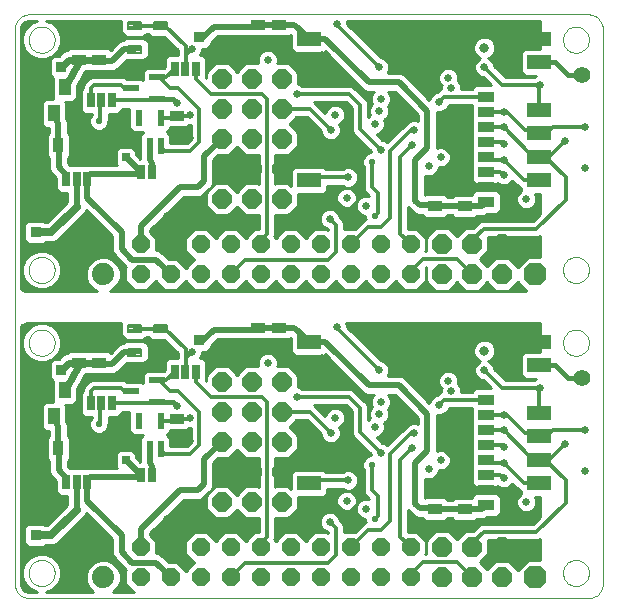
<source format=gbl>
G75*
%MOIN*%
%OFA0B0*%
%FSLAX24Y24*%
%IPPOS*%
%LPD*%
%AMOC8*
5,1,8,0,0,1.08239X$1,22.5*
%
%ADD10C,0.0000*%
%ADD11R,0.0512X0.0355*%
%ADD12R,0.0787X0.0500*%
%ADD13C,0.0560*%
%ADD14R,0.0250X0.0500*%
%ADD15OC8,0.0660*%
%ADD16C,0.0740*%
%ADD17R,0.0220X0.0520*%
%ADD18R,0.0520X0.0220*%
%ADD19R,0.0551X0.0354*%
%ADD20R,0.0394X0.0551*%
%ADD21R,0.0355X0.0512*%
%ADD22OC8,0.0600*%
%ADD23OC8,0.0640*%
%ADD24OC8,0.0760*%
%ADD25C,0.0079*%
%ADD26C,0.0240*%
%ADD27R,0.0354X0.0354*%
%ADD28C,0.0160*%
%ADD29C,0.0200*%
%ADD30R,0.0250X0.0250*%
%ADD31C,0.0320*%
%ADD32C,0.0210*%
%ADD33C,0.0140*%
%ADD34C,0.0250*%
%ADD35C,0.0100*%
%ADD36C,0.0120*%
%ADD37C,0.0250*%
D10*
X005610Y001350D02*
X005610Y019820D01*
X005612Y019864D01*
X005618Y019907D01*
X005627Y019949D01*
X005640Y019991D01*
X005657Y020031D01*
X005677Y020070D01*
X005700Y020107D01*
X005727Y020141D01*
X005756Y020174D01*
X005789Y020203D01*
X005823Y020230D01*
X005860Y020253D01*
X005899Y020273D01*
X005939Y020290D01*
X005981Y020303D01*
X006023Y020312D01*
X006066Y020318D01*
X006110Y020320D01*
X024716Y020320D01*
X024760Y020318D01*
X024803Y020312D01*
X024845Y020303D01*
X024887Y020290D01*
X024927Y020273D01*
X024966Y020253D01*
X025003Y020230D01*
X025037Y020203D01*
X025070Y020174D01*
X025099Y020141D01*
X025126Y020107D01*
X025149Y020070D01*
X025169Y020031D01*
X025186Y019991D01*
X025199Y019949D01*
X025208Y019907D01*
X025214Y019864D01*
X025216Y019820D01*
X025216Y001350D01*
X025214Y001306D01*
X025208Y001263D01*
X025199Y001221D01*
X025186Y001179D01*
X025169Y001139D01*
X025149Y001100D01*
X025126Y001063D01*
X025099Y001029D01*
X025070Y000996D01*
X025037Y000967D01*
X025003Y000940D01*
X024966Y000917D01*
X024927Y000897D01*
X024887Y000880D01*
X024845Y000867D01*
X024803Y000858D01*
X024760Y000852D01*
X024716Y000850D01*
X006110Y000850D01*
X006066Y000852D01*
X006023Y000858D01*
X005981Y000867D01*
X005939Y000880D01*
X005899Y000897D01*
X005860Y000917D01*
X005823Y000940D01*
X005789Y000967D01*
X005756Y000996D01*
X005727Y001029D01*
X005700Y001063D01*
X005677Y001100D01*
X005657Y001139D01*
X005640Y001179D01*
X005627Y001221D01*
X005618Y001263D01*
X005612Y001306D01*
X005610Y001350D01*
X006075Y001698D02*
X006077Y001739D01*
X006083Y001780D01*
X006093Y001820D01*
X006106Y001859D01*
X006123Y001896D01*
X006144Y001932D01*
X006168Y001966D01*
X006195Y001997D01*
X006224Y002025D01*
X006257Y002051D01*
X006291Y002073D01*
X006328Y002092D01*
X006366Y002107D01*
X006406Y002119D01*
X006446Y002127D01*
X006487Y002131D01*
X006529Y002131D01*
X006570Y002127D01*
X006610Y002119D01*
X006650Y002107D01*
X006688Y002092D01*
X006724Y002073D01*
X006759Y002051D01*
X006792Y002025D01*
X006821Y001997D01*
X006848Y001966D01*
X006872Y001932D01*
X006893Y001896D01*
X006910Y001859D01*
X006923Y001820D01*
X006933Y001780D01*
X006939Y001739D01*
X006941Y001698D01*
X006939Y001657D01*
X006933Y001616D01*
X006923Y001576D01*
X006910Y001537D01*
X006893Y001500D01*
X006872Y001464D01*
X006848Y001430D01*
X006821Y001399D01*
X006792Y001371D01*
X006759Y001345D01*
X006725Y001323D01*
X006688Y001304D01*
X006650Y001289D01*
X006610Y001277D01*
X006570Y001269D01*
X006529Y001265D01*
X006487Y001265D01*
X006446Y001269D01*
X006406Y001277D01*
X006366Y001289D01*
X006328Y001304D01*
X006292Y001323D01*
X006257Y001345D01*
X006224Y001371D01*
X006195Y001399D01*
X006168Y001430D01*
X006144Y001464D01*
X006123Y001500D01*
X006106Y001537D01*
X006093Y001576D01*
X006083Y001616D01*
X006077Y001657D01*
X006075Y001698D01*
X006075Y009372D02*
X006077Y009413D01*
X006083Y009454D01*
X006093Y009494D01*
X006106Y009533D01*
X006123Y009570D01*
X006144Y009606D01*
X006168Y009640D01*
X006195Y009671D01*
X006224Y009699D01*
X006257Y009725D01*
X006291Y009747D01*
X006328Y009766D01*
X006366Y009781D01*
X006406Y009793D01*
X006446Y009801D01*
X006487Y009805D01*
X006529Y009805D01*
X006570Y009801D01*
X006610Y009793D01*
X006650Y009781D01*
X006688Y009766D01*
X006724Y009747D01*
X006759Y009725D01*
X006792Y009699D01*
X006821Y009671D01*
X006848Y009640D01*
X006872Y009606D01*
X006893Y009570D01*
X006910Y009533D01*
X006923Y009494D01*
X006933Y009454D01*
X006939Y009413D01*
X006941Y009372D01*
X006939Y009331D01*
X006933Y009290D01*
X006923Y009250D01*
X006910Y009211D01*
X006893Y009174D01*
X006872Y009138D01*
X006848Y009104D01*
X006821Y009073D01*
X006792Y009045D01*
X006759Y009019D01*
X006725Y008997D01*
X006688Y008978D01*
X006650Y008963D01*
X006610Y008951D01*
X006570Y008943D01*
X006529Y008939D01*
X006487Y008939D01*
X006446Y008943D01*
X006406Y008951D01*
X006366Y008963D01*
X006328Y008978D01*
X006292Y008997D01*
X006257Y009019D01*
X006224Y009045D01*
X006195Y009073D01*
X006168Y009104D01*
X006144Y009138D01*
X006123Y009174D01*
X006106Y009211D01*
X006093Y009250D01*
X006083Y009290D01*
X006077Y009331D01*
X006075Y009372D01*
X006075Y011798D02*
X006077Y011839D01*
X006083Y011880D01*
X006093Y011920D01*
X006106Y011959D01*
X006123Y011996D01*
X006144Y012032D01*
X006168Y012066D01*
X006195Y012097D01*
X006224Y012125D01*
X006257Y012151D01*
X006291Y012173D01*
X006328Y012192D01*
X006366Y012207D01*
X006406Y012219D01*
X006446Y012227D01*
X006487Y012231D01*
X006529Y012231D01*
X006570Y012227D01*
X006610Y012219D01*
X006650Y012207D01*
X006688Y012192D01*
X006724Y012173D01*
X006759Y012151D01*
X006792Y012125D01*
X006821Y012097D01*
X006848Y012066D01*
X006872Y012032D01*
X006893Y011996D01*
X006910Y011959D01*
X006923Y011920D01*
X006933Y011880D01*
X006939Y011839D01*
X006941Y011798D01*
X006939Y011757D01*
X006933Y011716D01*
X006923Y011676D01*
X006910Y011637D01*
X006893Y011600D01*
X006872Y011564D01*
X006848Y011530D01*
X006821Y011499D01*
X006792Y011471D01*
X006759Y011445D01*
X006725Y011423D01*
X006688Y011404D01*
X006650Y011389D01*
X006610Y011377D01*
X006570Y011369D01*
X006529Y011365D01*
X006487Y011365D01*
X006446Y011369D01*
X006406Y011377D01*
X006366Y011389D01*
X006328Y011404D01*
X006292Y011423D01*
X006257Y011445D01*
X006224Y011471D01*
X006195Y011499D01*
X006168Y011530D01*
X006144Y011564D01*
X006123Y011600D01*
X006106Y011637D01*
X006093Y011676D01*
X006083Y011716D01*
X006077Y011757D01*
X006075Y011798D01*
X006075Y019472D02*
X006077Y019513D01*
X006083Y019554D01*
X006093Y019594D01*
X006106Y019633D01*
X006123Y019670D01*
X006144Y019706D01*
X006168Y019740D01*
X006195Y019771D01*
X006224Y019799D01*
X006257Y019825D01*
X006291Y019847D01*
X006328Y019866D01*
X006366Y019881D01*
X006406Y019893D01*
X006446Y019901D01*
X006487Y019905D01*
X006529Y019905D01*
X006570Y019901D01*
X006610Y019893D01*
X006650Y019881D01*
X006688Y019866D01*
X006724Y019847D01*
X006759Y019825D01*
X006792Y019799D01*
X006821Y019771D01*
X006848Y019740D01*
X006872Y019706D01*
X006893Y019670D01*
X006910Y019633D01*
X006923Y019594D01*
X006933Y019554D01*
X006939Y019513D01*
X006941Y019472D01*
X006939Y019431D01*
X006933Y019390D01*
X006923Y019350D01*
X006910Y019311D01*
X006893Y019274D01*
X006872Y019238D01*
X006848Y019204D01*
X006821Y019173D01*
X006792Y019145D01*
X006759Y019119D01*
X006725Y019097D01*
X006688Y019078D01*
X006650Y019063D01*
X006610Y019051D01*
X006570Y019043D01*
X006529Y019039D01*
X006487Y019039D01*
X006446Y019043D01*
X006406Y019051D01*
X006366Y019063D01*
X006328Y019078D01*
X006292Y019097D01*
X006257Y019119D01*
X006224Y019145D01*
X006195Y019173D01*
X006168Y019204D01*
X006144Y019238D01*
X006123Y019274D01*
X006106Y019311D01*
X006093Y019350D01*
X006083Y019390D01*
X006077Y019431D01*
X006075Y019472D01*
X023885Y019472D02*
X023887Y019513D01*
X023893Y019554D01*
X023903Y019594D01*
X023916Y019633D01*
X023933Y019670D01*
X023954Y019706D01*
X023978Y019740D01*
X024005Y019771D01*
X024034Y019799D01*
X024067Y019825D01*
X024101Y019847D01*
X024138Y019866D01*
X024176Y019881D01*
X024216Y019893D01*
X024256Y019901D01*
X024297Y019905D01*
X024339Y019905D01*
X024380Y019901D01*
X024420Y019893D01*
X024460Y019881D01*
X024498Y019866D01*
X024534Y019847D01*
X024569Y019825D01*
X024602Y019799D01*
X024631Y019771D01*
X024658Y019740D01*
X024682Y019706D01*
X024703Y019670D01*
X024720Y019633D01*
X024733Y019594D01*
X024743Y019554D01*
X024749Y019513D01*
X024751Y019472D01*
X024749Y019431D01*
X024743Y019390D01*
X024733Y019350D01*
X024720Y019311D01*
X024703Y019274D01*
X024682Y019238D01*
X024658Y019204D01*
X024631Y019173D01*
X024602Y019145D01*
X024569Y019119D01*
X024535Y019097D01*
X024498Y019078D01*
X024460Y019063D01*
X024420Y019051D01*
X024380Y019043D01*
X024339Y019039D01*
X024297Y019039D01*
X024256Y019043D01*
X024216Y019051D01*
X024176Y019063D01*
X024138Y019078D01*
X024102Y019097D01*
X024067Y019119D01*
X024034Y019145D01*
X024005Y019173D01*
X023978Y019204D01*
X023954Y019238D01*
X023933Y019274D01*
X023916Y019311D01*
X023903Y019350D01*
X023893Y019390D01*
X023887Y019431D01*
X023885Y019472D01*
X023885Y011798D02*
X023887Y011839D01*
X023893Y011880D01*
X023903Y011920D01*
X023916Y011959D01*
X023933Y011996D01*
X023954Y012032D01*
X023978Y012066D01*
X024005Y012097D01*
X024034Y012125D01*
X024067Y012151D01*
X024101Y012173D01*
X024138Y012192D01*
X024176Y012207D01*
X024216Y012219D01*
X024256Y012227D01*
X024297Y012231D01*
X024339Y012231D01*
X024380Y012227D01*
X024420Y012219D01*
X024460Y012207D01*
X024498Y012192D01*
X024534Y012173D01*
X024569Y012151D01*
X024602Y012125D01*
X024631Y012097D01*
X024658Y012066D01*
X024682Y012032D01*
X024703Y011996D01*
X024720Y011959D01*
X024733Y011920D01*
X024743Y011880D01*
X024749Y011839D01*
X024751Y011798D01*
X024749Y011757D01*
X024743Y011716D01*
X024733Y011676D01*
X024720Y011637D01*
X024703Y011600D01*
X024682Y011564D01*
X024658Y011530D01*
X024631Y011499D01*
X024602Y011471D01*
X024569Y011445D01*
X024535Y011423D01*
X024498Y011404D01*
X024460Y011389D01*
X024420Y011377D01*
X024380Y011369D01*
X024339Y011365D01*
X024297Y011365D01*
X024256Y011369D01*
X024216Y011377D01*
X024176Y011389D01*
X024138Y011404D01*
X024102Y011423D01*
X024067Y011445D01*
X024034Y011471D01*
X024005Y011499D01*
X023978Y011530D01*
X023954Y011564D01*
X023933Y011600D01*
X023916Y011637D01*
X023903Y011676D01*
X023893Y011716D01*
X023887Y011757D01*
X023885Y011798D01*
X023885Y009372D02*
X023887Y009413D01*
X023893Y009454D01*
X023903Y009494D01*
X023916Y009533D01*
X023933Y009570D01*
X023954Y009606D01*
X023978Y009640D01*
X024005Y009671D01*
X024034Y009699D01*
X024067Y009725D01*
X024101Y009747D01*
X024138Y009766D01*
X024176Y009781D01*
X024216Y009793D01*
X024256Y009801D01*
X024297Y009805D01*
X024339Y009805D01*
X024380Y009801D01*
X024420Y009793D01*
X024460Y009781D01*
X024498Y009766D01*
X024534Y009747D01*
X024569Y009725D01*
X024602Y009699D01*
X024631Y009671D01*
X024658Y009640D01*
X024682Y009606D01*
X024703Y009570D01*
X024720Y009533D01*
X024733Y009494D01*
X024743Y009454D01*
X024749Y009413D01*
X024751Y009372D01*
X024749Y009331D01*
X024743Y009290D01*
X024733Y009250D01*
X024720Y009211D01*
X024703Y009174D01*
X024682Y009138D01*
X024658Y009104D01*
X024631Y009073D01*
X024602Y009045D01*
X024569Y009019D01*
X024535Y008997D01*
X024498Y008978D01*
X024460Y008963D01*
X024420Y008951D01*
X024380Y008943D01*
X024339Y008939D01*
X024297Y008939D01*
X024256Y008943D01*
X024216Y008951D01*
X024176Y008963D01*
X024138Y008978D01*
X024102Y008997D01*
X024067Y009019D01*
X024034Y009045D01*
X024005Y009073D01*
X023978Y009104D01*
X023954Y009138D01*
X023933Y009174D01*
X023916Y009211D01*
X023903Y009250D01*
X023893Y009290D01*
X023887Y009331D01*
X023885Y009372D01*
X023885Y001698D02*
X023887Y001739D01*
X023893Y001780D01*
X023903Y001820D01*
X023916Y001859D01*
X023933Y001896D01*
X023954Y001932D01*
X023978Y001966D01*
X024005Y001997D01*
X024034Y002025D01*
X024067Y002051D01*
X024101Y002073D01*
X024138Y002092D01*
X024176Y002107D01*
X024216Y002119D01*
X024256Y002127D01*
X024297Y002131D01*
X024339Y002131D01*
X024380Y002127D01*
X024420Y002119D01*
X024460Y002107D01*
X024498Y002092D01*
X024534Y002073D01*
X024569Y002051D01*
X024602Y002025D01*
X024631Y001997D01*
X024658Y001966D01*
X024682Y001932D01*
X024703Y001896D01*
X024720Y001859D01*
X024733Y001820D01*
X024743Y001780D01*
X024749Y001739D01*
X024751Y001698D01*
X024749Y001657D01*
X024743Y001616D01*
X024733Y001576D01*
X024720Y001537D01*
X024703Y001500D01*
X024682Y001464D01*
X024658Y001430D01*
X024631Y001399D01*
X024602Y001371D01*
X024569Y001345D01*
X024535Y001323D01*
X024498Y001304D01*
X024460Y001289D01*
X024420Y001277D01*
X024380Y001269D01*
X024339Y001265D01*
X024297Y001265D01*
X024256Y001269D01*
X024216Y001277D01*
X024176Y001289D01*
X024138Y001304D01*
X024102Y001323D01*
X024067Y001345D01*
X024034Y001371D01*
X024005Y001399D01*
X023978Y001430D01*
X023954Y001464D01*
X023933Y001500D01*
X023916Y001537D01*
X023903Y001576D01*
X023893Y001616D01*
X023887Y001657D01*
X023885Y001698D01*
D11*
X020610Y003816D03*
X020610Y004604D03*
X019620Y004614D03*
X019620Y003826D03*
X014430Y009086D03*
X013720Y009086D03*
X013720Y009874D03*
X014430Y009874D03*
X011010Y006844D03*
X011010Y006056D03*
X008410Y008706D03*
X007760Y008706D03*
X007760Y009494D03*
X008410Y009494D03*
X011010Y016156D03*
X011010Y016944D03*
X008410Y018806D03*
X007760Y018806D03*
X007760Y019594D03*
X008410Y019594D03*
X013720Y019974D03*
X014430Y019974D03*
X014430Y019186D03*
X013720Y019186D03*
X019620Y014714D03*
X019620Y013926D03*
X020610Y013916D03*
X020610Y014704D03*
D12*
X023100Y014781D03*
X023100Y015569D03*
X023100Y016356D03*
X023100Y017144D03*
X023100Y018719D03*
X023100Y019506D03*
X015423Y019506D03*
X015423Y014781D03*
X015423Y009406D03*
X015423Y004681D03*
X023100Y004681D03*
X023100Y005469D03*
X023100Y006256D03*
X023100Y007044D03*
X023100Y008619D03*
X023100Y009406D03*
D13*
X024520Y008190D03*
X024520Y018290D03*
D14*
X011645Y018510D03*
X011295Y018510D03*
X010945Y018510D03*
X008840Y017450D03*
X008490Y017450D03*
X008140Y017450D03*
X009833Y015050D03*
X010187Y015050D03*
X008020Y014830D03*
X007670Y014830D03*
X007320Y014830D03*
X010945Y008410D03*
X011295Y008410D03*
X011645Y008410D03*
X008840Y007350D03*
X008490Y007350D03*
X008140Y007350D03*
X008020Y004730D03*
X007670Y004730D03*
X007320Y004730D03*
X009833Y004950D03*
X010187Y004950D03*
D15*
X019860Y002550D03*
X019860Y001550D03*
X020860Y001550D03*
X021860Y001550D03*
X021860Y002550D03*
X020860Y002550D03*
X020860Y011650D03*
X021860Y011650D03*
X021860Y012650D03*
X020860Y012650D03*
X019860Y012650D03*
X019860Y011650D03*
D16*
X008560Y011650D03*
X008560Y012650D03*
X008560Y002550D03*
X008560Y001550D03*
D17*
X009740Y005840D03*
X010110Y005840D03*
X010480Y005840D03*
X010480Y006760D03*
X009740Y006760D03*
X009740Y015940D03*
X010110Y015940D03*
X010480Y015940D03*
X010480Y016860D03*
X009740Y016860D03*
D18*
X010340Y017480D03*
X010340Y018220D03*
X009480Y017850D03*
X010340Y008120D03*
X010340Y007380D03*
X009480Y007750D03*
D19*
X021331Y007460D03*
X021331Y006960D03*
X021331Y006460D03*
X021331Y005960D03*
X021331Y005460D03*
X021331Y004960D03*
X021331Y004460D03*
X021331Y003960D03*
X021331Y014060D03*
X021331Y014560D03*
X021331Y015060D03*
X021331Y015560D03*
X021331Y016060D03*
X021331Y016560D03*
X021331Y017060D03*
X021331Y017560D03*
D20*
X007284Y017883D03*
X006536Y017883D03*
X006910Y017017D03*
X006536Y007783D03*
X007284Y007783D03*
X006910Y006917D03*
D21*
X007066Y005850D03*
X007854Y005850D03*
X007854Y015950D03*
X007066Y015950D03*
D22*
X009810Y012650D03*
X010810Y012650D03*
X010810Y011650D03*
X009810Y011650D03*
X011810Y011650D03*
X012810Y011650D03*
X012810Y012650D03*
X011810Y012650D03*
X013810Y012650D03*
X014810Y012650D03*
X014810Y011650D03*
X013810Y011650D03*
X015810Y011650D03*
X016810Y011650D03*
X016810Y012650D03*
X015810Y012650D03*
X017810Y012650D03*
X018810Y012650D03*
X018810Y011650D03*
X017810Y011650D03*
X017810Y002550D03*
X018810Y002550D03*
X018810Y001550D03*
X017810Y001550D03*
X016810Y001550D03*
X015810Y001550D03*
X014810Y001550D03*
X013810Y001550D03*
X012810Y001550D03*
X011810Y001550D03*
X010810Y001550D03*
X009810Y001550D03*
X009810Y002550D03*
X010810Y002550D03*
X011810Y002550D03*
X012810Y002550D03*
X013810Y002550D03*
X014810Y002550D03*
X015810Y002550D03*
X016810Y002550D03*
D23*
X014510Y004050D03*
X013510Y004050D03*
X012510Y004050D03*
X012510Y005050D03*
X012520Y006050D03*
X012520Y007050D03*
X012520Y008050D03*
X013520Y008050D03*
X014520Y008050D03*
X014520Y007050D03*
X013520Y007050D03*
X013520Y006050D03*
X014520Y006050D03*
X014510Y005050D03*
X013510Y005050D03*
X013510Y014150D03*
X014510Y014150D03*
X014510Y015150D03*
X013510Y015150D03*
X012510Y015150D03*
X012510Y014150D03*
X012520Y016150D03*
X012520Y017150D03*
X012520Y018150D03*
X013520Y018150D03*
X014520Y018150D03*
X014520Y017150D03*
X013520Y017150D03*
X013520Y016150D03*
X014520Y016150D03*
D24*
X022960Y011650D03*
X022960Y001550D03*
D25*
X010243Y008938D02*
X010243Y009174D01*
X010677Y009174D01*
X010677Y008938D01*
X010243Y008938D01*
X010243Y009016D02*
X010677Y009016D01*
X010677Y009094D02*
X010243Y009094D01*
X010243Y009172D02*
X010677Y009172D01*
X010243Y009726D02*
X010243Y009962D01*
X010677Y009962D01*
X010677Y009726D01*
X010243Y009726D01*
X010243Y009804D02*
X010677Y009804D01*
X010677Y009882D02*
X010243Y009882D01*
X010243Y009960D02*
X010677Y009960D01*
X009393Y009962D02*
X009393Y009726D01*
X009393Y009962D02*
X009827Y009962D01*
X009827Y009726D01*
X009393Y009726D01*
X009393Y009804D02*
X009827Y009804D01*
X009827Y009882D02*
X009393Y009882D01*
X009393Y009960D02*
X009827Y009960D01*
X009393Y009174D02*
X009393Y008938D01*
X009393Y009174D02*
X009827Y009174D01*
X009827Y008938D01*
X009393Y008938D01*
X009393Y009016D02*
X009827Y009016D01*
X009827Y009094D02*
X009393Y009094D01*
X009393Y009172D02*
X009827Y009172D01*
X009393Y019038D02*
X009393Y019274D01*
X009827Y019274D01*
X009827Y019038D01*
X009393Y019038D01*
X009393Y019116D02*
X009827Y019116D01*
X009827Y019194D02*
X009393Y019194D01*
X009393Y019272D02*
X009827Y019272D01*
X010243Y019274D02*
X010243Y019038D01*
X010243Y019274D02*
X010677Y019274D01*
X010677Y019038D01*
X010243Y019038D01*
X010243Y019116D02*
X010677Y019116D01*
X010677Y019194D02*
X010243Y019194D01*
X010243Y019272D02*
X010677Y019272D01*
X010243Y019826D02*
X010243Y020062D01*
X010677Y020062D01*
X010677Y019826D01*
X010243Y019826D01*
X010243Y019904D02*
X010677Y019904D01*
X010677Y019982D02*
X010243Y019982D01*
X010243Y020060D02*
X010677Y020060D01*
X009393Y020062D02*
X009393Y019826D01*
X009393Y020062D02*
X009827Y020062D01*
X009827Y019826D01*
X009393Y019826D01*
X009393Y019904D02*
X009827Y019904D01*
X009827Y019982D02*
X009393Y019982D01*
X009393Y020060D02*
X009827Y020060D01*
D26*
X008410Y018806D02*
X007760Y018806D01*
X007416Y018806D01*
X007160Y018550D01*
X007760Y018806D02*
X007784Y018782D01*
X007284Y017883D01*
X007416Y008706D02*
X007160Y008450D01*
X007416Y008706D02*
X007760Y008706D01*
X007784Y008682D01*
X007284Y007783D01*
X007760Y008706D02*
X008410Y008706D01*
X019620Y004614D02*
X019996Y004614D01*
X020160Y004450D01*
X020170Y004460D01*
X020754Y004460D01*
X020754Y014560D02*
X020170Y014560D01*
X020160Y014550D01*
X019996Y014714D01*
X019620Y014714D01*
D27*
X011760Y019550D03*
X007160Y018550D03*
X006310Y013050D03*
X007160Y008450D03*
X011760Y009450D03*
X006310Y002950D03*
D28*
X009810Y004950D02*
X009833Y004950D01*
X009700Y005800D02*
X009740Y005840D01*
X010340Y007380D02*
X010880Y007380D01*
X011010Y007250D01*
X009833Y015050D02*
X009810Y015050D01*
X009700Y015900D02*
X009740Y015940D01*
X011010Y017350D02*
X010880Y017480D01*
X010340Y017480D01*
X023100Y018719D02*
X023101Y018720D01*
X023620Y018720D01*
X024050Y018290D01*
X024520Y018290D01*
X023620Y008620D02*
X023101Y008620D01*
X023100Y008619D01*
X023620Y008620D02*
X024050Y008190D01*
X024520Y008190D01*
D29*
X023100Y009406D02*
X022604Y009406D01*
X022360Y009650D01*
X019360Y007000D02*
X018410Y007950D01*
X017410Y007950D01*
X015954Y009406D01*
X015423Y009406D01*
X015038Y009750D01*
X014915Y009874D01*
X014430Y009874D01*
X013720Y009874D01*
X013656Y009810D01*
X012250Y009810D01*
X011860Y009420D01*
X011760Y009450D01*
X009610Y009056D02*
X009266Y009056D01*
X008860Y008650D01*
X008466Y008650D01*
X008410Y008706D01*
X006910Y006917D02*
X007066Y006573D01*
X007066Y005850D01*
X007070Y005846D01*
X007070Y005120D01*
X007320Y004870D01*
X007320Y004730D01*
X007670Y004730D02*
X007670Y003800D01*
X008020Y004110D02*
X009170Y002960D01*
X009170Y002390D01*
X009515Y002045D01*
X010315Y002045D01*
X010810Y001550D01*
X009810Y002550D02*
X009810Y003150D01*
X011110Y004450D01*
X011710Y004450D01*
X011910Y004650D01*
X011910Y005500D01*
X012520Y006050D01*
X011460Y006100D02*
X011054Y006100D01*
X011010Y006056D01*
X010110Y005840D02*
X010110Y005350D01*
X010187Y005273D01*
X010187Y004950D01*
X009833Y004950D02*
X009763Y004880D01*
X008110Y004880D01*
X008020Y004790D01*
X008020Y004730D01*
X008020Y004110D01*
X009310Y005450D02*
X009810Y004950D01*
X009740Y005840D02*
X009720Y005840D01*
X009510Y006050D01*
X009110Y006050D01*
X007066Y005850D02*
X007060Y005844D01*
X010810Y011650D02*
X010315Y012145D01*
X009515Y012145D01*
X009170Y012490D01*
X009170Y013060D01*
X008020Y014210D01*
X008020Y014830D01*
X008020Y014890D01*
X008110Y014980D01*
X009763Y014980D01*
X009833Y015050D01*
X009810Y015050D02*
X009310Y015550D01*
X009720Y015940D02*
X009510Y016150D01*
X009110Y016150D01*
X009720Y015940D02*
X009740Y015940D01*
X010110Y015940D02*
X010110Y015450D01*
X010187Y015373D01*
X010187Y015050D01*
X011110Y014550D02*
X011710Y014550D01*
X011910Y014750D01*
X011910Y015600D01*
X012520Y016150D01*
X011460Y016200D02*
X011054Y016200D01*
X011010Y016156D01*
X011110Y014550D02*
X009810Y013250D01*
X009810Y012650D01*
X007670Y013900D02*
X007670Y014830D01*
X007320Y014830D02*
X007320Y014970D01*
X007070Y015220D01*
X007070Y015946D01*
X007066Y015950D01*
X007060Y015944D01*
X007066Y015950D02*
X007066Y016673D01*
X006910Y017017D01*
X008466Y018750D02*
X008410Y018806D01*
X008466Y018750D02*
X008860Y018750D01*
X009266Y019156D01*
X009610Y019156D01*
X011760Y019550D02*
X011860Y019520D01*
X012250Y019910D01*
X013656Y019910D01*
X013720Y019974D01*
X014430Y019974D01*
X014915Y019974D01*
X015038Y019850D01*
X015423Y019506D01*
X015954Y019506D01*
X017410Y018050D01*
X018410Y018050D01*
X019360Y017100D01*
X019360Y015850D01*
X018960Y015450D01*
X018960Y014100D01*
X019110Y013950D01*
X019596Y013950D01*
X019620Y013926D01*
X020600Y013926D01*
X020610Y013916D01*
X021187Y013916D01*
X021331Y014060D01*
X021331Y014560D02*
X020754Y014560D01*
X020610Y014704D01*
X022604Y019506D02*
X022360Y019750D01*
X022604Y019506D02*
X023100Y019506D01*
X019360Y007000D02*
X019360Y005750D01*
X018960Y005350D01*
X018960Y004000D01*
X019110Y003850D01*
X019596Y003850D01*
X019620Y003826D01*
X020600Y003826D01*
X020610Y003816D01*
X021187Y003816D01*
X021331Y003960D01*
X021331Y004460D02*
X020754Y004460D01*
X020610Y004604D01*
D30*
X009310Y005450D03*
X008560Y006050D03*
X006460Y006100D03*
X009310Y015550D03*
X008560Y016150D03*
X006460Y016200D03*
D31*
X021260Y019200D03*
X021260Y009100D03*
D32*
X017510Y005300D03*
X017610Y003500D03*
X008410Y006650D03*
X017610Y013600D03*
X017510Y015400D03*
X008410Y016750D03*
D33*
X008410Y016800D01*
X008460Y016850D01*
X008460Y017420D01*
X008490Y017450D01*
X008160Y017470D02*
X008160Y017850D01*
X008260Y017950D01*
X009160Y017950D01*
X009260Y017850D01*
X009480Y017850D01*
X008840Y017450D02*
X010310Y017450D01*
X010340Y017480D01*
X010926Y016860D02*
X011010Y016944D01*
X010926Y016860D02*
X010480Y016860D01*
X008160Y017470D02*
X008140Y017450D01*
X008260Y007850D02*
X008160Y007750D01*
X008160Y007370D01*
X008140Y007350D01*
X008460Y007320D02*
X008490Y007350D01*
X008460Y007320D02*
X008460Y006750D01*
X008410Y006700D01*
X008410Y006650D01*
X008840Y007350D02*
X010310Y007350D01*
X010340Y007380D01*
X010480Y006760D02*
X010926Y006760D01*
X011010Y006844D01*
X009480Y007750D02*
X009260Y007750D01*
X009160Y007850D01*
X008260Y007850D01*
D34*
X007310Y009750D03*
X011010Y007250D03*
X011460Y006850D03*
X011460Y006100D03*
X010690Y003500D03*
X015010Y007550D03*
X016300Y006870D03*
X016140Y006360D03*
X017610Y006550D03*
X017760Y007000D03*
X017810Y007400D03*
X018460Y008350D03*
X017760Y008450D03*
X017260Y009850D03*
X016360Y009900D03*
X015860Y008850D03*
X014040Y008700D03*
X011510Y009050D03*
X010690Y013600D03*
X011460Y016200D03*
X011460Y016950D03*
X011010Y017350D03*
X011510Y019150D03*
X014040Y018800D03*
X015010Y017650D03*
X016300Y016970D03*
X016140Y016460D03*
X017610Y016650D03*
X017760Y017100D03*
X017810Y017500D03*
X017760Y018550D03*
X018460Y018450D03*
X019760Y017400D03*
X020160Y017850D03*
X020060Y018200D03*
X021260Y018550D03*
X022360Y019750D03*
X023110Y017950D03*
X021910Y017050D03*
X021910Y016550D03*
X021910Y016000D03*
X021910Y015450D03*
X021910Y014950D03*
X022660Y014150D03*
X021960Y013800D03*
X020160Y014550D03*
X019410Y015250D03*
X019810Y015550D03*
X018860Y015950D03*
X018910Y016450D03*
X018060Y016250D03*
X017810Y015800D03*
X016730Y014880D03*
X016670Y014210D03*
X017320Y013940D03*
X016110Y013500D03*
X019710Y009550D03*
X021260Y008450D03*
X020060Y008100D03*
X020160Y007750D03*
X019760Y007300D03*
X018910Y006350D03*
X018860Y005850D03*
X018060Y006150D03*
X017810Y005700D03*
X016730Y004780D03*
X016670Y004110D03*
X017320Y003840D03*
X016110Y003400D03*
X019410Y005150D03*
X019810Y005450D03*
X020160Y004450D03*
X021910Y004850D03*
X021910Y005350D03*
X021910Y005900D03*
X021910Y006450D03*
X021910Y006950D03*
X023110Y007850D03*
X024610Y006450D03*
X023960Y006000D03*
X024610Y005100D03*
X022660Y004050D03*
X021960Y003700D03*
X022360Y009650D03*
X024610Y015200D03*
X023960Y016100D03*
X024610Y016550D03*
X019710Y019650D03*
X017260Y019950D03*
X016360Y020000D03*
X015860Y018950D03*
X007310Y019850D03*
D35*
X007103Y019717D02*
X009169Y019717D01*
X009182Y019684D02*
X009252Y019614D01*
X009344Y019576D01*
X009876Y019576D01*
X009968Y019614D01*
X010027Y019674D01*
X010043Y019674D01*
X010102Y019614D01*
X010194Y019576D01*
X010602Y019576D01*
X011040Y019138D01*
X011040Y018970D01*
X010733Y018970D01*
X010610Y018847D01*
X010610Y018557D01*
X010593Y018540D01*
X009993Y018540D01*
X009870Y018417D01*
X009870Y018127D01*
X009827Y018170D01*
X009336Y018170D01*
X009319Y018187D01*
X009216Y018230D01*
X008204Y018230D01*
X008101Y018187D01*
X008001Y018087D01*
X007923Y018009D01*
X007880Y017906D01*
X007880Y017862D01*
X007805Y017787D01*
X007805Y017113D01*
X007928Y016990D01*
X008180Y016990D01*
X008180Y016966D01*
X008173Y016959D01*
X008172Y016958D01*
X008143Y016928D01*
X008095Y016813D01*
X008095Y016687D01*
X008143Y016572D01*
X008232Y016483D01*
X008347Y016435D01*
X008473Y016435D01*
X008589Y016483D01*
X008677Y016572D01*
X008725Y016687D01*
X008725Y016758D01*
X008740Y016794D01*
X008740Y016990D01*
X009052Y016990D01*
X009175Y017113D01*
X009175Y017170D01*
X009420Y017170D01*
X009420Y016513D01*
X009543Y016390D01*
X009893Y016390D01*
X009790Y016287D01*
X009790Y015593D01*
X009800Y015583D01*
X009800Y015510D01*
X009789Y015510D01*
X009645Y015653D01*
X009645Y015762D01*
X009522Y015885D01*
X009098Y015885D01*
X008975Y015762D01*
X008975Y015338D01*
X009023Y015290D01*
X007439Y015290D01*
X007380Y015348D01*
X007380Y015533D01*
X007454Y015607D01*
X007454Y016293D01*
X007376Y016370D01*
X007376Y016617D01*
X007378Y016622D01*
X007376Y016679D01*
X007376Y016735D01*
X007374Y016740D01*
X007374Y016745D01*
X007351Y016797D01*
X007329Y016849D01*
X007325Y016853D01*
X007317Y016871D01*
X007317Y017380D01*
X007299Y017397D01*
X007568Y017397D01*
X007691Y017520D01*
X007691Y017936D01*
X007960Y018419D01*
X008753Y018419D01*
X008774Y018440D01*
X008922Y018440D01*
X009036Y018487D01*
X009123Y018574D01*
X009339Y018791D01*
X009344Y018789D01*
X009876Y018789D01*
X009968Y018827D01*
X010038Y018897D01*
X010076Y018989D01*
X010076Y019324D01*
X010038Y019416D01*
X009968Y019486D01*
X009876Y019524D01*
X009344Y019524D01*
X009252Y019486D01*
X009233Y019466D01*
X009205Y019466D01*
X009091Y019419D01*
X008809Y019138D01*
X008753Y019194D01*
X007417Y019194D01*
X007360Y019136D01*
X007351Y019136D01*
X007229Y019086D01*
X007081Y018937D01*
X006896Y018937D01*
X006773Y018814D01*
X006773Y018286D01*
X006877Y018182D01*
X006877Y017520D01*
X006895Y017503D01*
X006626Y017503D01*
X006503Y017380D01*
X006503Y016654D01*
X006626Y016531D01*
X006756Y016531D01*
X006756Y016370D01*
X006679Y016293D01*
X006679Y015607D01*
X006760Y015526D01*
X006760Y015158D01*
X006807Y015044D01*
X006894Y014957D01*
X006985Y014867D01*
X006985Y014493D01*
X007108Y014370D01*
X007360Y014370D01*
X007360Y014064D01*
X006681Y013385D01*
X006626Y013385D01*
X006574Y013437D01*
X006046Y013437D01*
X005923Y013314D01*
X005820Y013314D01*
X005820Y013216D02*
X005923Y013216D01*
X005923Y013314D02*
X005923Y012786D01*
X006046Y012663D01*
X006574Y012663D01*
X006626Y012715D01*
X006887Y012715D01*
X007010Y012766D01*
X007954Y013710D01*
X007991Y013800D01*
X008860Y012932D01*
X008860Y012428D01*
X008907Y012314D01*
X009252Y011969D01*
X009330Y011891D01*
X009300Y011861D01*
X009300Y011439D01*
X009599Y011140D01*
X010021Y011140D01*
X010310Y011429D01*
X010599Y011140D01*
X011021Y011140D01*
X011310Y011429D01*
X011599Y011140D01*
X012021Y011140D01*
X012310Y011429D01*
X012599Y011140D01*
X013021Y011140D01*
X013310Y011429D01*
X013599Y011140D01*
X014021Y011140D01*
X014310Y011429D01*
X014599Y011140D01*
X015021Y011140D01*
X015310Y011429D01*
X015599Y011140D01*
X016021Y011140D01*
X016310Y011429D01*
X016599Y011140D01*
X017021Y011140D01*
X017310Y011429D01*
X017599Y011140D01*
X018021Y011140D01*
X018310Y011429D01*
X018599Y011140D01*
X019021Y011140D01*
X019320Y011439D01*
X019320Y011861D01*
X019312Y011870D01*
X019322Y011880D01*
X019326Y011880D01*
X019320Y011874D01*
X019320Y011426D01*
X019636Y011110D01*
X020084Y011110D01*
X020360Y011386D01*
X020636Y011110D01*
X021084Y011110D01*
X021360Y011386D01*
X021636Y011110D01*
X022084Y011110D01*
X022375Y011401D01*
X022666Y011110D01*
X008772Y011110D01*
X008889Y011158D01*
X009052Y011321D01*
X009140Y011535D01*
X009140Y011765D01*
X009052Y011979D01*
X008889Y012142D01*
X008675Y012230D01*
X008445Y012230D01*
X008232Y012142D01*
X008068Y011979D01*
X007980Y011765D01*
X007980Y011535D01*
X008068Y011321D01*
X008232Y011158D01*
X008348Y011110D01*
X006110Y011110D01*
X006036Y011102D01*
X005962Y011108D01*
X005889Y011126D01*
X005821Y011157D01*
X005820Y011158D01*
X005820Y019820D01*
X005826Y019877D01*
X005869Y019981D01*
X005949Y020061D01*
X006054Y020105D01*
X006110Y020110D01*
X006368Y020110D01*
X006144Y020017D01*
X005963Y019836D01*
X005865Y019600D01*
X005865Y019344D01*
X005963Y019108D01*
X006144Y018927D01*
X006380Y018829D01*
X006636Y018829D01*
X006872Y018927D01*
X007053Y019108D01*
X007151Y019344D01*
X007151Y019600D01*
X007053Y019836D01*
X006872Y020017D01*
X006648Y020110D01*
X009144Y020110D01*
X009144Y019776D01*
X009182Y019684D01*
X009248Y019618D02*
X007144Y019618D01*
X007151Y019520D02*
X009334Y019520D01*
X009095Y019421D02*
X007151Y019421D01*
X007142Y019323D02*
X008994Y019323D01*
X008896Y019224D02*
X007101Y019224D01*
X007061Y019126D02*
X007325Y019126D01*
X007170Y019027D02*
X006973Y019027D01*
X006887Y018929D02*
X006874Y018929D01*
X006789Y018830D02*
X006639Y018830D01*
X006773Y018732D02*
X005820Y018732D01*
X005820Y018830D02*
X006378Y018830D01*
X006142Y018929D02*
X005820Y018929D01*
X005820Y019027D02*
X006044Y019027D01*
X005956Y019126D02*
X005820Y019126D01*
X005820Y019224D02*
X005915Y019224D01*
X005874Y019323D02*
X005820Y019323D01*
X005820Y019421D02*
X005865Y019421D01*
X005865Y019520D02*
X005820Y019520D01*
X005820Y019618D02*
X005873Y019618D01*
X005913Y019717D02*
X005820Y019717D01*
X005820Y019815D02*
X005954Y019815D01*
X006040Y019914D02*
X005841Y019914D01*
X005869Y019981D02*
X005869Y019981D01*
X005900Y020012D02*
X006139Y020012D01*
X006878Y020012D02*
X009144Y020012D01*
X009144Y019914D02*
X006976Y019914D01*
X007062Y019815D02*
X009144Y019815D01*
X009887Y019520D02*
X010659Y019520D01*
X010757Y019421D02*
X010033Y019421D01*
X010076Y019323D02*
X010856Y019323D01*
X010954Y019224D02*
X010076Y019224D01*
X010076Y019126D02*
X011040Y019126D01*
X011040Y019027D02*
X010076Y019027D01*
X010051Y018929D02*
X010692Y018929D01*
X010610Y018830D02*
X009971Y018830D01*
X009988Y018535D02*
X009083Y018535D01*
X009182Y018633D02*
X010610Y018633D01*
X010610Y018732D02*
X009280Y018732D01*
X008770Y018436D02*
X009889Y018436D01*
X009870Y018338D02*
X007914Y018338D01*
X007860Y018239D02*
X009870Y018239D01*
X009857Y018141D02*
X009870Y018141D01*
X009420Y017156D02*
X009175Y017156D01*
X009119Y017057D02*
X009420Y017057D01*
X009420Y016959D02*
X008740Y016959D01*
X008740Y016860D02*
X009420Y016860D01*
X009420Y016762D02*
X008727Y016762D01*
X008715Y016663D02*
X009420Y016663D01*
X009420Y016565D02*
X008670Y016565D01*
X008548Y016466D02*
X009467Y016466D01*
X009790Y016269D02*
X007454Y016269D01*
X007454Y016171D02*
X009790Y016171D01*
X009790Y016072D02*
X007454Y016072D01*
X007454Y015974D02*
X009790Y015974D01*
X009790Y015875D02*
X009532Y015875D01*
X009631Y015777D02*
X009790Y015777D01*
X009790Y015678D02*
X009645Y015678D01*
X009719Y015580D02*
X009800Y015580D01*
X009088Y015875D02*
X007454Y015875D01*
X007454Y015777D02*
X008990Y015777D01*
X008975Y015678D02*
X007454Y015678D01*
X007426Y015580D02*
X008975Y015580D01*
X008975Y015481D02*
X007380Y015481D01*
X007380Y015383D02*
X008975Y015383D01*
X009871Y016368D02*
X007379Y016368D01*
X007376Y016466D02*
X008273Y016466D01*
X008150Y016565D02*
X007376Y016565D01*
X007377Y016663D02*
X008105Y016663D01*
X008095Y016762D02*
X007367Y016762D01*
X007322Y016860D02*
X008115Y016860D01*
X008173Y016959D02*
X007317Y016959D01*
X007317Y017057D02*
X007861Y017057D01*
X007805Y017156D02*
X007317Y017156D01*
X007317Y017254D02*
X007805Y017254D01*
X007805Y017353D02*
X007317Y017353D01*
X007621Y017451D02*
X007805Y017451D01*
X007805Y017550D02*
X007691Y017550D01*
X007691Y017648D02*
X007805Y017648D01*
X007805Y017747D02*
X007691Y017747D01*
X007691Y017845D02*
X007863Y017845D01*
X007896Y017944D02*
X007695Y017944D01*
X007750Y018042D02*
X007956Y018042D01*
X008055Y018141D02*
X007805Y018141D01*
X006877Y018141D02*
X005820Y018141D01*
X005820Y018239D02*
X006820Y018239D01*
X006773Y018338D02*
X005820Y018338D01*
X005820Y018436D02*
X006773Y018436D01*
X006773Y018535D02*
X005820Y018535D01*
X005820Y018633D02*
X006773Y018633D01*
X006877Y018042D02*
X005820Y018042D01*
X005820Y017944D02*
X006877Y017944D01*
X006877Y017845D02*
X005820Y017845D01*
X005820Y017747D02*
X006877Y017747D01*
X006877Y017648D02*
X005820Y017648D01*
X005820Y017550D02*
X006877Y017550D01*
X006575Y017451D02*
X005820Y017451D01*
X005820Y017353D02*
X006503Y017353D01*
X006503Y017254D02*
X005820Y017254D01*
X005820Y017156D02*
X006503Y017156D01*
X006503Y017057D02*
X005820Y017057D01*
X005820Y016959D02*
X006503Y016959D01*
X006503Y016860D02*
X005820Y016860D01*
X005820Y016762D02*
X006503Y016762D01*
X006503Y016663D02*
X005820Y016663D01*
X005820Y016565D02*
X006593Y016565D01*
X006756Y016466D02*
X005820Y016466D01*
X005820Y016368D02*
X006754Y016368D01*
X006679Y016269D02*
X005820Y016269D01*
X005820Y016171D02*
X006679Y016171D01*
X006679Y016072D02*
X005820Y016072D01*
X005820Y015974D02*
X006679Y015974D01*
X006679Y015875D02*
X005820Y015875D01*
X005820Y015777D02*
X006679Y015777D01*
X006679Y015678D02*
X005820Y015678D01*
X005820Y015580D02*
X006707Y015580D01*
X006760Y015481D02*
X005820Y015481D01*
X005820Y015383D02*
X006760Y015383D01*
X006760Y015284D02*
X005820Y015284D01*
X005820Y015186D02*
X006760Y015186D01*
X006790Y015087D02*
X005820Y015087D01*
X005820Y014989D02*
X006863Y014989D01*
X006962Y014890D02*
X005820Y014890D01*
X005820Y014792D02*
X006985Y014792D01*
X006985Y014693D02*
X005820Y014693D01*
X005820Y014595D02*
X006985Y014595D01*
X006985Y014496D02*
X005820Y014496D01*
X005820Y014398D02*
X007081Y014398D01*
X007360Y014299D02*
X005820Y014299D01*
X005820Y014201D02*
X007360Y014201D01*
X007360Y014102D02*
X005820Y014102D01*
X005820Y014004D02*
X007300Y014004D01*
X007201Y013905D02*
X005820Y013905D01*
X005820Y013807D02*
X007103Y013807D01*
X007004Y013708D02*
X005820Y013708D01*
X005820Y013610D02*
X006906Y013610D01*
X006807Y013511D02*
X005820Y013511D01*
X005820Y013413D02*
X006021Y013413D01*
X005923Y013117D02*
X005820Y013117D01*
X005820Y013019D02*
X005923Y013019D01*
X005923Y012920D02*
X005820Y012920D01*
X005820Y012822D02*
X005923Y012822D01*
X005986Y012723D02*
X005820Y012723D01*
X005820Y012625D02*
X008860Y012625D01*
X008860Y012723D02*
X006906Y012723D01*
X007065Y012822D02*
X008860Y012822D01*
X008860Y012920D02*
X007164Y012920D01*
X007262Y013019D02*
X008773Y013019D01*
X008675Y013117D02*
X007361Y013117D01*
X007459Y013216D02*
X008576Y013216D01*
X008478Y013314D02*
X007558Y013314D01*
X007656Y013413D02*
X008379Y013413D01*
X008281Y013511D02*
X007755Y013511D01*
X007853Y013610D02*
X008182Y013610D01*
X008084Y013708D02*
X007952Y013708D01*
X006709Y013413D02*
X006599Y013413D01*
X006636Y012441D02*
X006380Y012441D01*
X006144Y012343D01*
X005963Y012162D01*
X005865Y011926D01*
X005865Y011670D01*
X005963Y011434D01*
X006144Y011253D01*
X006380Y011155D01*
X006636Y011155D01*
X006872Y011253D01*
X007053Y011434D01*
X007151Y011670D01*
X007151Y011926D01*
X007053Y012162D01*
X006872Y012343D01*
X006636Y012441D01*
X006669Y012428D02*
X008860Y012428D01*
X008860Y012526D02*
X005820Y012526D01*
X005820Y012428D02*
X006347Y012428D01*
X006130Y012329D02*
X005820Y012329D01*
X005820Y012231D02*
X006031Y012231D01*
X005950Y012132D02*
X005820Y012132D01*
X005820Y012034D02*
X005910Y012034D01*
X005869Y011935D02*
X005820Y011935D01*
X005820Y011837D02*
X005865Y011837D01*
X005865Y011738D02*
X005820Y011738D01*
X005820Y011640D02*
X005878Y011640D01*
X005919Y011541D02*
X005820Y011541D01*
X005820Y011443D02*
X005959Y011443D01*
X006053Y011344D02*
X005820Y011344D01*
X005820Y011246D02*
X006162Y011246D01*
X005843Y011147D02*
X008259Y011147D01*
X008144Y011246D02*
X006855Y011246D01*
X006964Y011344D02*
X008059Y011344D01*
X008018Y011443D02*
X007057Y011443D01*
X007098Y011541D02*
X007980Y011541D01*
X007980Y011640D02*
X007139Y011640D01*
X007151Y011738D02*
X007980Y011738D01*
X008010Y011837D02*
X007151Y011837D01*
X007147Y011935D02*
X008050Y011935D01*
X008123Y012034D02*
X007107Y012034D01*
X007066Y012132D02*
X008222Y012132D01*
X008898Y012132D02*
X009090Y012132D01*
X008997Y012034D02*
X009188Y012034D01*
X009287Y011935D02*
X009070Y011935D01*
X009111Y011837D02*
X009300Y011837D01*
X009300Y011738D02*
X009140Y011738D01*
X009140Y011640D02*
X009300Y011640D01*
X009300Y011541D02*
X009140Y011541D01*
X009102Y011443D02*
X009300Y011443D01*
X009395Y011344D02*
X009061Y011344D01*
X008976Y011246D02*
X009493Y011246D01*
X009592Y011147D02*
X008861Y011147D01*
X009156Y010040D02*
X009144Y010011D01*
X009144Y009676D01*
X009182Y009584D01*
X009252Y009514D01*
X009344Y009476D01*
X009876Y009476D01*
X009968Y009514D01*
X010027Y009574D01*
X010043Y009574D01*
X010102Y009514D01*
X010194Y009476D01*
X010602Y009476D01*
X011040Y009038D01*
X011040Y008870D01*
X010733Y008870D01*
X010610Y008747D01*
X010610Y008457D01*
X010593Y008440D01*
X009993Y008440D01*
X009870Y008317D01*
X009870Y008027D01*
X009827Y008070D01*
X009336Y008070D01*
X009319Y008087D01*
X009216Y008130D01*
X008204Y008130D01*
X008101Y008087D01*
X008001Y007987D01*
X007923Y007909D01*
X007880Y007806D01*
X007880Y007762D01*
X007805Y007687D01*
X007805Y007013D01*
X007928Y006890D01*
X008180Y006890D01*
X008180Y006866D01*
X008173Y006859D01*
X008172Y006858D01*
X008143Y006828D01*
X008095Y006713D01*
X008095Y006587D01*
X008143Y006472D01*
X008232Y006383D01*
X008347Y006335D01*
X008473Y006335D01*
X008589Y006383D01*
X008677Y006472D01*
X008725Y006587D01*
X008725Y006658D01*
X008740Y006694D01*
X008740Y006890D01*
X009052Y006890D01*
X009175Y007013D01*
X009175Y007070D01*
X009420Y007070D01*
X009420Y006413D01*
X009543Y006290D01*
X009893Y006290D01*
X009790Y006187D01*
X009790Y005493D01*
X009800Y005483D01*
X009800Y005410D01*
X009789Y005410D01*
X009645Y005553D01*
X009645Y005662D01*
X009522Y005785D01*
X009098Y005785D01*
X008975Y005662D01*
X008975Y005238D01*
X009023Y005190D01*
X007439Y005190D01*
X007380Y005248D01*
X007380Y005433D01*
X007454Y005507D01*
X007454Y006193D01*
X007376Y006270D01*
X007376Y006517D01*
X007378Y006522D01*
X007376Y006579D01*
X007376Y006635D01*
X007374Y006640D01*
X007374Y006645D01*
X007351Y006697D01*
X007329Y006749D01*
X007325Y006753D01*
X007317Y006771D01*
X007317Y007280D01*
X007299Y007297D01*
X007568Y007297D01*
X007691Y007420D01*
X007691Y007836D01*
X007960Y008319D01*
X008753Y008319D01*
X008774Y008340D01*
X008922Y008340D01*
X009036Y008387D01*
X009123Y008474D01*
X009339Y008691D01*
X009344Y008689D01*
X009876Y008689D01*
X009968Y008727D01*
X010038Y008797D01*
X010076Y008889D01*
X010076Y009224D01*
X010038Y009316D01*
X009968Y009386D01*
X009876Y009424D01*
X009344Y009424D01*
X009252Y009386D01*
X009233Y009366D01*
X009205Y009366D01*
X009091Y009319D01*
X008809Y009038D01*
X008753Y009094D01*
X007417Y009094D01*
X007360Y009036D01*
X007351Y009036D01*
X007229Y008986D01*
X007081Y008837D01*
X006896Y008837D01*
X006773Y008714D01*
X006773Y008186D01*
X006877Y008082D01*
X006877Y007420D01*
X006895Y007403D01*
X006626Y007403D01*
X006503Y007280D01*
X006503Y006554D01*
X006626Y006431D01*
X006756Y006431D01*
X006756Y006270D01*
X006679Y006193D01*
X006679Y005507D01*
X006760Y005426D01*
X006760Y005058D01*
X006807Y004944D01*
X006894Y004857D01*
X006985Y004767D01*
X006985Y004393D01*
X007108Y004270D01*
X007360Y004270D01*
X007360Y003964D01*
X006681Y003285D01*
X006626Y003285D01*
X006574Y003337D01*
X006046Y003337D01*
X005923Y003214D01*
X005923Y002686D01*
X006046Y002563D01*
X006574Y002563D01*
X006626Y002615D01*
X006887Y002615D01*
X007010Y002666D01*
X007954Y003610D01*
X007991Y003700D01*
X008860Y002832D01*
X008860Y002328D01*
X008907Y002214D01*
X009330Y001791D01*
X009300Y001761D01*
X009300Y001339D01*
X009579Y001060D01*
X008890Y001060D01*
X009052Y001221D01*
X009140Y001435D01*
X009140Y001665D01*
X009052Y001879D01*
X008889Y002042D01*
X008675Y002130D01*
X008445Y002130D01*
X008232Y002042D01*
X008068Y001879D01*
X007980Y001665D01*
X007980Y001435D01*
X008068Y001221D01*
X008230Y001060D01*
X006648Y001060D01*
X006872Y001153D01*
X007053Y001334D01*
X007151Y001570D01*
X007151Y001826D01*
X007053Y002062D01*
X006872Y002243D01*
X006636Y002341D01*
X006380Y002341D01*
X006144Y002243D01*
X005963Y002062D01*
X005865Y001826D01*
X005865Y001570D01*
X005963Y001334D01*
X006144Y001153D01*
X006368Y001060D01*
X006110Y001060D01*
X006054Y001066D01*
X005949Y001109D01*
X005869Y001189D01*
X005826Y001293D01*
X005820Y001350D01*
X005820Y009945D01*
X005860Y009973D01*
X005939Y010010D01*
X006023Y010032D01*
X006110Y010040D01*
X009156Y010040D01*
X009144Y009965D02*
X006757Y009965D01*
X006872Y009917D02*
X006636Y010015D01*
X006380Y010015D01*
X006144Y009917D01*
X005963Y009736D01*
X005865Y009500D01*
X005865Y009244D01*
X005963Y009008D01*
X006144Y008827D01*
X006380Y008729D01*
X006636Y008729D01*
X006872Y008827D01*
X007053Y009008D01*
X007151Y009244D01*
X007151Y009500D01*
X007053Y009736D01*
X006872Y009917D01*
X006923Y009866D02*
X009144Y009866D01*
X009144Y009768D02*
X007022Y009768D01*
X007081Y009669D02*
X009147Y009669D01*
X009195Y009571D02*
X007122Y009571D01*
X007151Y009472D02*
X010606Y009472D01*
X010704Y009374D02*
X009980Y009374D01*
X010055Y009275D02*
X010803Y009275D01*
X010901Y009177D02*
X010076Y009177D01*
X010076Y009078D02*
X011000Y009078D01*
X011040Y008980D02*
X010076Y008980D01*
X010073Y008881D02*
X011040Y008881D01*
X010646Y008783D02*
X010024Y008783D01*
X009942Y008389D02*
X009037Y008389D01*
X009136Y008487D02*
X010610Y008487D01*
X010610Y008586D02*
X009234Y008586D01*
X009333Y008684D02*
X010610Y008684D01*
X009870Y008290D02*
X007944Y008290D01*
X007889Y008192D02*
X009870Y008192D01*
X009870Y008093D02*
X009304Y008093D01*
X008850Y009078D02*
X008768Y009078D01*
X008949Y009177D02*
X007123Y009177D01*
X007151Y009275D02*
X009047Y009275D01*
X009240Y009374D02*
X007151Y009374D01*
X007083Y009078D02*
X007402Y009078D01*
X007223Y008980D02*
X007026Y008980D01*
X006927Y008881D02*
X007125Y008881D01*
X006842Y008783D02*
X006766Y008783D01*
X006773Y008684D02*
X005820Y008684D01*
X005820Y008586D02*
X006773Y008586D01*
X006773Y008487D02*
X005820Y008487D01*
X005820Y008389D02*
X006773Y008389D01*
X006773Y008290D02*
X005820Y008290D01*
X005820Y008192D02*
X006773Y008192D01*
X006865Y008093D02*
X005820Y008093D01*
X005820Y007995D02*
X006877Y007995D01*
X006877Y007896D02*
X005820Y007896D01*
X005820Y007798D02*
X006877Y007798D01*
X006877Y007699D02*
X005820Y007699D01*
X005820Y007601D02*
X006877Y007601D01*
X006877Y007502D02*
X005820Y007502D01*
X005820Y007404D02*
X006894Y007404D01*
X007317Y007207D02*
X007805Y007207D01*
X007805Y007305D02*
X007576Y007305D01*
X007674Y007404D02*
X007805Y007404D01*
X007805Y007502D02*
X007691Y007502D01*
X007691Y007601D02*
X007805Y007601D01*
X007818Y007699D02*
X007691Y007699D01*
X007691Y007798D02*
X007880Y007798D01*
X007918Y007896D02*
X007725Y007896D01*
X007780Y007995D02*
X008009Y007995D01*
X008001Y007987D02*
X008001Y007987D01*
X008116Y008093D02*
X007834Y008093D01*
X007805Y007108D02*
X007317Y007108D01*
X007317Y007010D02*
X007808Y007010D01*
X007907Y006911D02*
X007317Y006911D01*
X007317Y006813D02*
X008137Y006813D01*
X008096Y006714D02*
X007343Y006714D01*
X007376Y006616D02*
X008095Y006616D01*
X008124Y006517D02*
X007377Y006517D01*
X007376Y006419D02*
X008196Y006419D01*
X008625Y006419D02*
X009420Y006419D01*
X009420Y006517D02*
X008696Y006517D01*
X008725Y006616D02*
X009420Y006616D01*
X009420Y006714D02*
X008740Y006714D01*
X008740Y006813D02*
X009420Y006813D01*
X009420Y006911D02*
X009074Y006911D01*
X009172Y007010D02*
X009420Y007010D01*
X009513Y006320D02*
X007376Y006320D01*
X007425Y006222D02*
X009825Y006222D01*
X009790Y006123D02*
X007454Y006123D01*
X007454Y006025D02*
X009790Y006025D01*
X009790Y005926D02*
X007454Y005926D01*
X007454Y005828D02*
X009790Y005828D01*
X009790Y005729D02*
X009578Y005729D01*
X009645Y005631D02*
X009790Y005631D01*
X009790Y005532D02*
X009666Y005532D01*
X009765Y005434D02*
X009800Y005434D01*
X009043Y005729D02*
X007454Y005729D01*
X007454Y005631D02*
X008975Y005631D01*
X008975Y005532D02*
X007454Y005532D01*
X007381Y005434D02*
X008975Y005434D01*
X008975Y005335D02*
X007380Y005335D01*
X007392Y005237D02*
X008976Y005237D01*
X007360Y004252D02*
X005820Y004252D01*
X005820Y004350D02*
X007028Y004350D01*
X006985Y004449D02*
X005820Y004449D01*
X005820Y004547D02*
X006985Y004547D01*
X006985Y004646D02*
X005820Y004646D01*
X005820Y004744D02*
X006985Y004744D01*
X006909Y004843D02*
X005820Y004843D01*
X005820Y004941D02*
X006810Y004941D01*
X006768Y005040D02*
X005820Y005040D01*
X005820Y005138D02*
X006760Y005138D01*
X006760Y005237D02*
X005820Y005237D01*
X005820Y005335D02*
X006760Y005335D01*
X006752Y005434D02*
X005820Y005434D01*
X005820Y005532D02*
X006679Y005532D01*
X006679Y005631D02*
X005820Y005631D01*
X005820Y005729D02*
X006679Y005729D01*
X006679Y005828D02*
X005820Y005828D01*
X005820Y005926D02*
X006679Y005926D01*
X006679Y006025D02*
X005820Y006025D01*
X005820Y006123D02*
X006679Y006123D01*
X006708Y006222D02*
X005820Y006222D01*
X005820Y006320D02*
X006756Y006320D01*
X006756Y006419D02*
X005820Y006419D01*
X005820Y006517D02*
X006540Y006517D01*
X006503Y006616D02*
X005820Y006616D01*
X005820Y006714D02*
X006503Y006714D01*
X006503Y006813D02*
X005820Y006813D01*
X005820Y006911D02*
X006503Y006911D01*
X006503Y007010D02*
X005820Y007010D01*
X005820Y007108D02*
X006503Y007108D01*
X006503Y007207D02*
X005820Y007207D01*
X005820Y007305D02*
X006529Y007305D01*
X006250Y008783D02*
X005820Y008783D01*
X005820Y008881D02*
X006089Y008881D01*
X005991Y008980D02*
X005820Y008980D01*
X005820Y009078D02*
X005934Y009078D01*
X005893Y009177D02*
X005820Y009177D01*
X005820Y009275D02*
X005865Y009275D01*
X005865Y009374D02*
X005820Y009374D01*
X005820Y009472D02*
X005865Y009472D01*
X005894Y009571D02*
X005820Y009571D01*
X005820Y009669D02*
X005935Y009669D01*
X005995Y009768D02*
X005820Y009768D01*
X005820Y009866D02*
X006093Y009866D01*
X006259Y009965D02*
X005849Y009965D01*
X006985Y012231D02*
X008991Y012231D01*
X008901Y012329D02*
X006887Y012329D01*
X010120Y013061D02*
X010120Y013122D01*
X011239Y014240D01*
X011772Y014240D01*
X011886Y014287D01*
X012086Y014487D01*
X012173Y014574D01*
X012220Y014688D01*
X012220Y015462D01*
X012395Y015620D01*
X012740Y015620D01*
X013020Y015900D01*
X013301Y015620D01*
X013740Y015620D01*
X013740Y015620D01*
X013740Y014670D01*
X013730Y014680D01*
X013291Y014680D01*
X013010Y014400D01*
X012730Y014680D01*
X012291Y014680D01*
X011980Y014370D01*
X011980Y013930D01*
X012291Y013620D01*
X012730Y013620D01*
X013010Y013900D01*
X013291Y013620D01*
X013730Y013620D01*
X013740Y013630D01*
X013740Y013160D01*
X013599Y013160D01*
X013310Y012871D01*
X013021Y013160D01*
X012599Y013160D01*
X012310Y012871D01*
X012021Y013160D01*
X011599Y013160D01*
X011300Y012861D01*
X011300Y012439D01*
X011589Y012150D01*
X011310Y011871D01*
X011021Y012160D01*
X010739Y012160D01*
X010491Y012408D01*
X010377Y012455D01*
X010320Y012455D01*
X010320Y012861D01*
X010120Y013061D01*
X010120Y013117D02*
X011556Y013117D01*
X011457Y013019D02*
X010163Y013019D01*
X010261Y012920D02*
X011359Y012920D01*
X011300Y012822D02*
X010320Y012822D01*
X010320Y012723D02*
X011300Y012723D01*
X011300Y012625D02*
X010320Y012625D01*
X010320Y012526D02*
X011300Y012526D01*
X011311Y012428D02*
X010443Y012428D01*
X010570Y012329D02*
X011410Y012329D01*
X011508Y012231D02*
X010668Y012231D01*
X011049Y012132D02*
X011571Y012132D01*
X011472Y012034D02*
X011148Y012034D01*
X011246Y011935D02*
X011374Y011935D01*
X011395Y011344D02*
X011225Y011344D01*
X011127Y011246D02*
X011493Y011246D01*
X011592Y011147D02*
X011028Y011147D01*
X010592Y011147D02*
X010028Y011147D01*
X010127Y011246D02*
X010493Y011246D01*
X010395Y011344D02*
X010225Y011344D01*
X010045Y009571D02*
X010025Y009571D01*
X011845Y009063D02*
X012024Y009063D01*
X012147Y009186D01*
X012147Y009269D01*
X012379Y009500D01*
X013363Y009500D01*
X013377Y009486D01*
X014063Y009486D01*
X014075Y009498D01*
X014087Y009486D01*
X014773Y009486D01*
X014818Y009531D01*
X014819Y009531D01*
X014819Y009069D01*
X014942Y008946D01*
X015903Y008946D01*
X015940Y008982D01*
X017147Y007774D01*
X017234Y007687D01*
X017348Y007640D01*
X017576Y007640D01*
X017526Y007590D01*
X017475Y007467D01*
X017475Y007333D01*
X017517Y007231D01*
X017476Y007190D01*
X017425Y007067D01*
X017425Y006933D01*
X017460Y006850D01*
X017420Y006834D01*
X017380Y006794D01*
X017380Y007254D01*
X017339Y007353D01*
X017263Y007429D01*
X016913Y007779D01*
X016814Y007820D01*
X015214Y007820D01*
X015200Y007834D01*
X015077Y007885D01*
X015050Y007885D01*
X015050Y008270D01*
X014740Y008580D01*
X014353Y008580D01*
X014375Y008633D01*
X014375Y008767D01*
X014324Y008890D01*
X014230Y008984D01*
X014107Y009035D01*
X013973Y009035D01*
X013850Y008984D01*
X013756Y008890D01*
X013705Y008767D01*
X013705Y008633D01*
X013727Y008580D01*
X013301Y008580D01*
X013020Y008300D01*
X012740Y008580D01*
X012301Y008580D01*
X011990Y008270D01*
X011990Y008102D01*
X011980Y008112D01*
X011980Y008747D01*
X011857Y008870D01*
X011798Y008870D01*
X011845Y008983D01*
X011845Y009063D01*
X011844Y008980D02*
X013846Y008980D01*
X013753Y008881D02*
X011803Y008881D01*
X011944Y008783D02*
X013712Y008783D01*
X013705Y008684D02*
X011980Y008684D01*
X011980Y008586D02*
X013725Y008586D01*
X013208Y008487D02*
X012832Y008487D01*
X012931Y008389D02*
X013110Y008389D01*
X012208Y008487D02*
X011980Y008487D01*
X011980Y008389D02*
X012110Y008389D01*
X012011Y008290D02*
X011980Y008290D01*
X011980Y008192D02*
X011990Y008192D01*
X012040Y009078D02*
X014819Y009078D01*
X014819Y009177D02*
X012138Y009177D01*
X012154Y009275D02*
X014819Y009275D01*
X014819Y009374D02*
X012253Y009374D01*
X012351Y009472D02*
X014819Y009472D01*
X014908Y008980D02*
X014234Y008980D01*
X014328Y008881D02*
X016040Y008881D01*
X016139Y008783D02*
X014368Y008783D01*
X014375Y008684D02*
X016237Y008684D01*
X016336Y008586D02*
X014355Y008586D01*
X014832Y008487D02*
X016434Y008487D01*
X016533Y008389D02*
X014931Y008389D01*
X015029Y008290D02*
X016631Y008290D01*
X016730Y008192D02*
X015050Y008192D01*
X015050Y008093D02*
X016828Y008093D01*
X016927Y007995D02*
X015050Y007995D01*
X015050Y007896D02*
X017025Y007896D01*
X017124Y007798D02*
X016867Y007798D01*
X016992Y007699D02*
X017222Y007699D01*
X017147Y007774D02*
X017147Y007774D01*
X017091Y007601D02*
X017537Y007601D01*
X017490Y007502D02*
X017189Y007502D01*
X017263Y007429D02*
X017263Y007429D01*
X017288Y007404D02*
X017475Y007404D01*
X017487Y007305D02*
X017359Y007305D01*
X017380Y007207D02*
X017493Y007207D01*
X017442Y007108D02*
X017380Y007108D01*
X017380Y007010D02*
X017425Y007010D01*
X017434Y006911D02*
X017380Y006911D01*
X017380Y006813D02*
X017399Y006813D01*
X016840Y006813D02*
X016635Y006813D01*
X016635Y006803D02*
X016635Y006937D01*
X016584Y007060D01*
X016490Y007154D01*
X016367Y007205D01*
X016233Y007205D01*
X016110Y007154D01*
X016016Y007060D01*
X015965Y006937D01*
X015965Y006917D01*
X015603Y007279D01*
X015600Y007280D01*
X016648Y007280D01*
X016840Y007088D01*
X016840Y006346D01*
X016881Y006247D01*
X016957Y006171D01*
X017475Y005653D01*
X017475Y005633D01*
X017483Y005615D01*
X017447Y005615D01*
X017332Y005567D01*
X017243Y005478D01*
X017195Y005363D01*
X017195Y005237D01*
X014280Y005237D01*
X014280Y005335D02*
X017195Y005335D01*
X017195Y005237D02*
X017240Y005129D01*
X017240Y004396D01*
X017281Y004297D01*
X017415Y004163D01*
X017387Y004175D01*
X017253Y004175D01*
X017130Y004124D01*
X017036Y004030D01*
X016985Y003907D01*
X016985Y003773D01*
X017036Y003650D01*
X017130Y003556D01*
X017253Y003505D01*
X017295Y003505D01*
X017295Y003437D01*
X017314Y003391D01*
X017237Y003359D01*
X016938Y003060D01*
X016599Y003060D01*
X016590Y003051D01*
X016590Y003244D01*
X016549Y003343D01*
X016445Y003447D01*
X016445Y003467D01*
X016394Y003590D01*
X016300Y003684D01*
X016177Y003735D01*
X016043Y003735D01*
X015920Y003684D01*
X015826Y003590D01*
X015775Y003467D01*
X015775Y003333D01*
X015826Y003210D01*
X015920Y003116D01*
X016043Y003065D01*
X016050Y003065D01*
X016050Y003031D01*
X016021Y003060D01*
X015599Y003060D01*
X015310Y002771D01*
X015021Y003060D01*
X014599Y003060D01*
X014310Y002771D01*
X014267Y002814D01*
X014280Y002846D01*
X014280Y003530D01*
X014291Y003520D01*
X014730Y003520D01*
X015040Y003830D01*
X015040Y004221D01*
X015903Y004221D01*
X016026Y004345D01*
X016026Y004510D01*
X016526Y004510D01*
X016540Y004496D01*
X016663Y004445D01*
X016797Y004445D01*
X016920Y004496D01*
X017014Y004590D01*
X017065Y004713D01*
X017065Y004847D01*
X017014Y004970D01*
X016920Y005064D01*
X016797Y005115D01*
X016663Y005115D01*
X016540Y005064D01*
X016526Y005050D01*
X015995Y005050D01*
X015903Y005141D01*
X014942Y005141D01*
X014819Y005018D01*
X014819Y004491D01*
X014730Y004580D01*
X014291Y004580D01*
X014280Y004570D01*
X014280Y005540D01*
X014301Y005520D01*
X014740Y005520D01*
X015050Y005830D01*
X015050Y006270D01*
X014770Y006550D01*
X015000Y006780D01*
X015338Y006780D01*
X015805Y006313D01*
X015805Y006293D01*
X015856Y006170D01*
X015950Y006076D01*
X016073Y006025D01*
X016207Y006025D01*
X016330Y006076D01*
X016424Y006170D01*
X016475Y006293D01*
X016475Y006427D01*
X016424Y006550D01*
X016418Y006556D01*
X016490Y006586D01*
X016584Y006680D01*
X016635Y006803D01*
X016598Y006714D02*
X016840Y006714D01*
X016840Y006616D02*
X016520Y006616D01*
X016437Y006517D02*
X016840Y006517D01*
X016840Y006419D02*
X016475Y006419D01*
X016475Y006320D02*
X016851Y006320D01*
X016906Y006222D02*
X016446Y006222D01*
X016377Y006123D02*
X017005Y006123D01*
X017103Y006025D02*
X015050Y006025D01*
X015050Y006123D02*
X015903Y006123D01*
X015835Y006222D02*
X015050Y006222D01*
X014999Y006320D02*
X015798Y006320D01*
X015699Y006419D02*
X014901Y006419D01*
X014802Y006517D02*
X015601Y006517D01*
X015502Y006616D02*
X014836Y006616D01*
X014934Y006714D02*
X015404Y006714D01*
X015773Y007108D02*
X016065Y007108D01*
X015995Y007010D02*
X015872Y007010D01*
X015675Y007207D02*
X016721Y007207D01*
X016820Y007108D02*
X016535Y007108D01*
X016605Y007010D02*
X016840Y007010D01*
X016840Y006911D02*
X016635Y006911D01*
X017677Y006215D02*
X017800Y006266D01*
X017894Y006360D01*
X017945Y006483D01*
X017945Y006617D01*
X017911Y006700D01*
X017950Y006716D01*
X018044Y006810D01*
X018095Y006933D01*
X018095Y007067D01*
X018053Y007169D01*
X018094Y007210D01*
X018145Y007333D01*
X018145Y007467D01*
X018094Y007590D01*
X018044Y007640D01*
X018282Y007640D01*
X019050Y006872D01*
X019050Y006655D01*
X018977Y006685D01*
X018843Y006685D01*
X018720Y006634D01*
X018671Y006585D01*
X018657Y006579D01*
X018581Y006503D01*
X018031Y005953D01*
X018000Y005984D01*
X017877Y006035D01*
X017857Y006035D01*
X017677Y006215D01*
X017694Y006222D02*
X018300Y006222D01*
X018202Y006123D02*
X017768Y006123D01*
X017901Y006025D02*
X018103Y006025D01*
X017854Y006320D02*
X018399Y006320D01*
X018497Y006419D02*
X017918Y006419D01*
X017945Y006517D02*
X018596Y006517D01*
X018702Y006616D02*
X017945Y006616D01*
X017946Y006714D02*
X019050Y006714D01*
X019050Y006813D02*
X018045Y006813D01*
X018086Y006911D02*
X019010Y006911D01*
X018912Y007010D02*
X018095Y007010D01*
X018078Y007108D02*
X018813Y007108D01*
X018715Y007207D02*
X018091Y007207D01*
X018134Y007305D02*
X018616Y007305D01*
X018518Y007404D02*
X018145Y007404D01*
X018130Y007502D02*
X018419Y007502D01*
X018321Y007601D02*
X018083Y007601D01*
X018673Y008126D02*
X018586Y008213D01*
X018472Y008260D01*
X018044Y008260D01*
X018044Y008260D01*
X018095Y008383D01*
X018095Y008517D01*
X018044Y008640D01*
X017950Y008734D01*
X017827Y008785D01*
X017807Y008785D01*
X016695Y009897D01*
X016695Y009967D01*
X016665Y010040D01*
X023110Y010040D01*
X023110Y009079D01*
X022619Y009079D01*
X022496Y008955D01*
X022496Y008282D01*
X022619Y008159D01*
X022980Y008159D01*
X022920Y008134D01*
X022906Y008120D01*
X021972Y008120D01*
X021595Y008497D01*
X021595Y008517D01*
X021544Y008640D01*
X021450Y008734D01*
X021397Y008756D01*
X021470Y008786D01*
X021574Y008890D01*
X021630Y009026D01*
X021630Y009174D01*
X021574Y009310D01*
X021470Y009414D01*
X021334Y009470D01*
X021187Y009470D01*
X021051Y009414D01*
X020946Y009310D01*
X020890Y009174D01*
X020890Y009026D01*
X020946Y008890D01*
X021051Y008786D01*
X021124Y008756D01*
X021070Y008734D01*
X020976Y008640D01*
X020925Y008517D01*
X020925Y008383D01*
X020976Y008260D01*
X021070Y008166D01*
X021193Y008115D01*
X021213Y008115D01*
X021481Y007847D01*
X020968Y007847D01*
X020851Y007730D01*
X020495Y007730D01*
X020495Y007817D01*
X020444Y007940D01*
X020382Y008002D01*
X020395Y008033D01*
X020395Y008167D01*
X020344Y008290D01*
X020250Y008384D01*
X020127Y008435D01*
X019993Y008435D01*
X019870Y008384D01*
X019776Y008290D01*
X019725Y008167D01*
X019725Y008033D01*
X019776Y007910D01*
X019838Y007848D01*
X019825Y007817D01*
X019825Y007713D01*
X019767Y007689D01*
X019713Y007635D01*
X019693Y007635D01*
X019570Y007584D01*
X019476Y007490D01*
X019427Y007371D01*
X018673Y008126D01*
X018705Y008093D02*
X019725Y008093D01*
X019741Y007995D02*
X018804Y007995D01*
X018902Y007896D02*
X019790Y007896D01*
X019825Y007798D02*
X019001Y007798D01*
X019099Y007699D02*
X019792Y007699D01*
X019611Y007601D02*
X019198Y007601D01*
X019296Y007502D02*
X019489Y007502D01*
X019441Y007404D02*
X019395Y007404D01*
X019670Y006975D02*
X019693Y006965D01*
X019827Y006965D01*
X019950Y007016D01*
X020044Y007110D01*
X020077Y007190D01*
X020845Y007190D01*
X020845Y004696D01*
X020968Y004573D01*
X021693Y004573D01*
X021703Y004583D01*
X021720Y004566D01*
X021843Y004515D01*
X021977Y004515D01*
X022100Y004566D01*
X022194Y004660D01*
X022201Y004677D01*
X022350Y004529D01*
X022350Y004529D01*
X022426Y004453D01*
X022496Y004423D01*
X022496Y004345D01*
X022470Y004334D01*
X022376Y004240D01*
X022325Y004117D01*
X022325Y003983D01*
X022376Y003860D01*
X022470Y003766D01*
X022593Y003715D01*
X022727Y003715D01*
X022850Y003766D01*
X022944Y003860D01*
X022995Y003983D01*
X022995Y004117D01*
X022952Y004221D01*
X023110Y004221D01*
X023110Y003562D01*
X022878Y003330D01*
X021186Y003330D01*
X021087Y003289D01*
X021011Y003213D01*
X020888Y003090D01*
X020636Y003090D01*
X020360Y002814D01*
X020084Y003090D01*
X019636Y003090D01*
X019320Y002774D01*
X019320Y002326D01*
X019326Y002320D01*
X019301Y002320D01*
X019320Y002339D01*
X019320Y002761D01*
X019021Y003060D01*
X018730Y003060D01*
X018730Y003792D01*
X018847Y003674D01*
X018934Y003587D01*
X019048Y003540D01*
X019176Y003540D01*
X019277Y003439D01*
X019963Y003439D01*
X020040Y003516D01*
X020180Y003516D01*
X020267Y003429D01*
X020953Y003429D01*
X021030Y003506D01*
X021248Y003506D01*
X021362Y003553D01*
X021382Y003573D01*
X021693Y003573D01*
X021816Y003696D01*
X021816Y004224D01*
X021693Y004347D01*
X020968Y004347D01*
X020845Y004224D01*
X020845Y004204D01*
X020267Y004204D01*
X020200Y004136D01*
X020040Y004136D01*
X019963Y004214D01*
X019277Y004214D01*
X019270Y004207D01*
X019270Y004845D01*
X019343Y004815D01*
X019477Y004815D01*
X019600Y004866D01*
X019694Y004960D01*
X019745Y005083D01*
X019745Y005115D01*
X019877Y005115D01*
X020000Y005166D01*
X020094Y005260D01*
X020145Y005383D01*
X020145Y005517D01*
X020094Y005640D01*
X020000Y005734D01*
X019877Y005785D01*
X019743Y005785D01*
X019670Y005755D01*
X019670Y006975D01*
X019670Y006911D02*
X020845Y006911D01*
X020845Y006813D02*
X019670Y006813D01*
X019670Y006714D02*
X020845Y006714D01*
X020845Y006616D02*
X019670Y006616D01*
X019670Y006517D02*
X020845Y006517D01*
X020845Y006419D02*
X019670Y006419D01*
X019670Y006320D02*
X020845Y006320D01*
X020845Y006222D02*
X019670Y006222D01*
X019670Y006123D02*
X020845Y006123D01*
X020845Y006025D02*
X019670Y006025D01*
X019670Y005926D02*
X020845Y005926D01*
X020845Y005828D02*
X019670Y005828D01*
X020004Y005729D02*
X020845Y005729D01*
X020845Y005631D02*
X020098Y005631D01*
X020139Y005532D02*
X020845Y005532D01*
X020845Y005434D02*
X020145Y005434D01*
X020125Y005335D02*
X020845Y005335D01*
X020845Y005237D02*
X020071Y005237D01*
X019933Y005138D02*
X020845Y005138D01*
X020845Y005040D02*
X019727Y005040D01*
X019675Y004941D02*
X020845Y004941D01*
X020845Y004843D02*
X019544Y004843D01*
X019276Y004843D02*
X019270Y004843D01*
X019270Y004744D02*
X020845Y004744D01*
X020895Y004646D02*
X019270Y004646D01*
X019270Y004547D02*
X021765Y004547D01*
X022055Y004547D02*
X022331Y004547D01*
X022232Y004646D02*
X022180Y004646D01*
X022434Y004449D02*
X019270Y004449D01*
X019270Y004350D02*
X022496Y004350D01*
X022388Y004252D02*
X021789Y004252D01*
X021816Y004153D02*
X022340Y004153D01*
X022325Y004055D02*
X021816Y004055D01*
X021816Y003956D02*
X022336Y003956D01*
X022378Y003858D02*
X021816Y003858D01*
X021816Y003759D02*
X022486Y003759D01*
X022834Y003759D02*
X023110Y003759D01*
X023110Y003661D02*
X021781Y003661D01*
X021371Y003562D02*
X023110Y003562D01*
X023012Y003464D02*
X020988Y003464D01*
X021065Y003267D02*
X018730Y003267D01*
X018730Y003365D02*
X022914Y003365D01*
X022942Y003858D02*
X023110Y003858D01*
X023110Y003956D02*
X022984Y003956D01*
X022995Y004055D02*
X023110Y004055D01*
X023110Y004153D02*
X022980Y004153D01*
X023110Y002817D02*
X023110Y002140D01*
X022716Y002140D01*
X022375Y001799D01*
X022084Y002090D01*
X021636Y002090D01*
X021360Y001814D01*
X021124Y002050D01*
X021400Y002326D01*
X021400Y002774D01*
X021384Y002790D01*
X023044Y002790D01*
X023110Y002817D01*
X023110Y002774D02*
X021399Y002774D01*
X021400Y002676D02*
X023110Y002676D01*
X023110Y002577D02*
X021400Y002577D01*
X021400Y002479D02*
X023110Y002479D01*
X023110Y002380D02*
X021400Y002380D01*
X021356Y002282D02*
X023110Y002282D01*
X023110Y002183D02*
X021257Y002183D01*
X021159Y002085D02*
X021631Y002085D01*
X021533Y001986D02*
X021187Y001986D01*
X021286Y001888D02*
X021434Y001888D01*
X022089Y002085D02*
X022661Y002085D01*
X022562Y001986D02*
X022187Y001986D01*
X022286Y001888D02*
X022464Y001888D01*
X020967Y003168D02*
X018730Y003168D01*
X018730Y003070D02*
X019616Y003070D01*
X019518Y002971D02*
X019110Y002971D01*
X019208Y002873D02*
X019419Y002873D01*
X019321Y002774D02*
X019307Y002774D01*
X019320Y002676D02*
X019320Y002676D01*
X019320Y002577D02*
X019320Y002577D01*
X019320Y002479D02*
X019320Y002479D01*
X019320Y002380D02*
X019320Y002380D01*
X020104Y003070D02*
X020616Y003070D01*
X020518Y002971D02*
X020202Y002971D01*
X020301Y002873D02*
X020419Y002873D01*
X020232Y003464D02*
X019988Y003464D01*
X020023Y004153D02*
X020217Y004153D01*
X020873Y004252D02*
X019270Y004252D01*
X018762Y003759D02*
X018730Y003759D01*
X018730Y003661D02*
X018861Y003661D01*
X018730Y003562D02*
X018994Y003562D01*
X019252Y003464D02*
X018730Y003464D01*
X017295Y003464D02*
X016445Y003464D01*
X016405Y003562D02*
X017124Y003562D01*
X017032Y003661D02*
X016323Y003661D01*
X016480Y003826D02*
X016603Y003775D01*
X016737Y003775D01*
X016860Y003826D01*
X016954Y003920D01*
X017005Y004043D01*
X017005Y004177D01*
X016954Y004300D01*
X016860Y004394D01*
X016737Y004445D01*
X016603Y004445D01*
X016480Y004394D01*
X016386Y004300D01*
X016335Y004177D01*
X016335Y004043D01*
X016386Y003920D01*
X016480Y003826D01*
X016448Y003858D02*
X015040Y003858D01*
X015040Y003956D02*
X016371Y003956D01*
X016335Y004055D02*
X015040Y004055D01*
X015040Y004153D02*
X016335Y004153D01*
X016366Y004252D02*
X015934Y004252D01*
X016026Y004350D02*
X016437Y004350D01*
X016654Y004449D02*
X016026Y004449D01*
X016806Y004449D02*
X017240Y004449D01*
X017240Y004547D02*
X016971Y004547D01*
X017037Y004646D02*
X017240Y004646D01*
X017240Y004744D02*
X017065Y004744D01*
X017065Y004843D02*
X017240Y004843D01*
X017240Y004941D02*
X017026Y004941D01*
X016944Y005040D02*
X017240Y005040D01*
X017236Y005138D02*
X015906Y005138D01*
X014939Y005138D02*
X014280Y005138D01*
X014280Y005040D02*
X014840Y005040D01*
X014819Y004941D02*
X014280Y004941D01*
X014280Y004843D02*
X014819Y004843D01*
X014819Y004744D02*
X014280Y004744D01*
X014280Y004646D02*
X014819Y004646D01*
X014819Y004547D02*
X014762Y004547D01*
X014969Y003759D02*
X016991Y003759D01*
X016985Y003858D02*
X016892Y003858D01*
X016969Y003956D02*
X017006Y003956D01*
X017005Y004055D02*
X017061Y004055D01*
X017005Y004153D02*
X017202Y004153D01*
X017326Y004252D02*
X016974Y004252D01*
X016903Y004350D02*
X017259Y004350D01*
X017253Y003365D02*
X016526Y003365D01*
X016580Y003267D02*
X017145Y003267D01*
X017047Y003168D02*
X016590Y003168D01*
X016590Y003070D02*
X016948Y003070D01*
X016031Y003070D02*
X014280Y003070D01*
X014280Y003168D02*
X015868Y003168D01*
X015803Y003267D02*
X014280Y003267D01*
X014280Y003365D02*
X015775Y003365D01*
X015775Y003464D02*
X014280Y003464D01*
X014772Y003562D02*
X015815Y003562D01*
X015897Y003661D02*
X014871Y003661D01*
X015110Y002971D02*
X015510Y002971D01*
X015412Y002873D02*
X015208Y002873D01*
X015307Y002774D02*
X015313Y002774D01*
X014510Y002971D02*
X014280Y002971D01*
X014280Y002873D02*
X014412Y002873D01*
X014313Y002774D02*
X014307Y002774D01*
X013740Y003060D02*
X013599Y003060D01*
X013310Y002771D01*
X013021Y003060D01*
X012599Y003060D01*
X012310Y002771D01*
X012021Y003060D01*
X011599Y003060D01*
X011300Y002761D01*
X011300Y002339D01*
X011589Y002050D01*
X011310Y001771D01*
X011021Y002060D01*
X010739Y002060D01*
X010491Y002308D01*
X010377Y002355D01*
X010320Y002355D01*
X010320Y002761D01*
X010120Y002961D01*
X010120Y003022D01*
X011239Y004140D01*
X011772Y004140D01*
X011886Y004187D01*
X012086Y004387D01*
X012173Y004474D01*
X012220Y004588D01*
X012220Y005362D01*
X012395Y005520D01*
X012740Y005520D01*
X013020Y005800D01*
X013301Y005520D01*
X013740Y005520D01*
X013740Y005520D01*
X013740Y004570D01*
X013730Y004580D01*
X013291Y004580D01*
X013010Y004300D01*
X012730Y004580D01*
X012291Y004580D01*
X011980Y004270D01*
X011980Y003830D01*
X012291Y003520D01*
X012730Y003520D01*
X013010Y003800D01*
X013291Y003520D01*
X013730Y003520D01*
X013740Y003530D01*
X013740Y003060D01*
X013740Y003070D02*
X010168Y003070D01*
X010120Y002971D02*
X011510Y002971D01*
X011412Y002873D02*
X010208Y002873D01*
X010307Y002774D02*
X011313Y002774D01*
X011300Y002676D02*
X010320Y002676D01*
X010320Y002577D02*
X011300Y002577D01*
X011300Y002479D02*
X010320Y002479D01*
X010320Y002380D02*
X011300Y002380D01*
X011357Y002282D02*
X010517Y002282D01*
X010615Y002183D02*
X011455Y002183D01*
X011554Y002085D02*
X010714Y002085D01*
X011095Y001986D02*
X011525Y001986D01*
X011427Y001888D02*
X011193Y001888D01*
X011292Y001789D02*
X011328Y001789D01*
X012307Y002774D02*
X012313Y002774D01*
X012412Y002873D02*
X012208Y002873D01*
X012110Y002971D02*
X012510Y002971D01*
X013110Y002971D02*
X013510Y002971D01*
X013412Y002873D02*
X013208Y002873D01*
X013307Y002774D02*
X013313Y002774D01*
X013740Y003168D02*
X010267Y003168D01*
X010365Y003267D02*
X013740Y003267D01*
X013740Y003365D02*
X010464Y003365D01*
X010562Y003464D02*
X013740Y003464D01*
X013248Y003562D02*
X012772Y003562D01*
X012871Y003661D02*
X013150Y003661D01*
X013051Y003759D02*
X012969Y003759D01*
X012959Y004350D02*
X013061Y004350D01*
X013160Y004449D02*
X012861Y004449D01*
X012762Y004547D02*
X013258Y004547D01*
X013740Y004646D02*
X012220Y004646D01*
X012220Y004744D02*
X013740Y004744D01*
X013740Y004843D02*
X012220Y004843D01*
X012220Y004941D02*
X013740Y004941D01*
X013740Y005040D02*
X012220Y005040D01*
X012220Y005138D02*
X013740Y005138D01*
X013740Y005237D02*
X012220Y005237D01*
X012220Y005335D02*
X013740Y005335D01*
X013740Y005434D02*
X012300Y005434D01*
X012752Y005532D02*
X013288Y005532D01*
X013190Y005631D02*
X012851Y005631D01*
X012949Y005729D02*
X013091Y005729D01*
X014280Y005532D02*
X014288Y005532D01*
X014280Y005434D02*
X017225Y005434D01*
X017297Y005532D02*
X014752Y005532D01*
X014851Y005631D02*
X017476Y005631D01*
X017399Y005729D02*
X014949Y005729D01*
X015048Y005828D02*
X017300Y005828D01*
X017202Y005926D02*
X015050Y005926D01*
X012258Y004547D02*
X012203Y004547D01*
X012160Y004449D02*
X012147Y004449D01*
X012061Y004350D02*
X012049Y004350D01*
X011980Y004252D02*
X011950Y004252D01*
X011980Y004153D02*
X011804Y004153D01*
X011980Y004055D02*
X011153Y004055D01*
X011055Y003956D02*
X011980Y003956D01*
X011980Y003858D02*
X010956Y003858D01*
X010858Y003759D02*
X012051Y003759D01*
X012150Y003661D02*
X010759Y003661D01*
X010661Y003562D02*
X012248Y003562D01*
X011348Y005920D02*
X010800Y005920D01*
X010800Y006187D01*
X010687Y006300D01*
X010800Y006413D01*
X010800Y006456D01*
X011353Y006456D01*
X011412Y006515D01*
X011490Y006515D01*
X011490Y006062D01*
X011348Y005920D01*
X011355Y005926D02*
X010800Y005926D01*
X010800Y006025D02*
X011453Y006025D01*
X011490Y006123D02*
X010800Y006123D01*
X010765Y006222D02*
X011490Y006222D01*
X011490Y006320D02*
X010708Y006320D01*
X010800Y006419D02*
X011490Y006419D01*
X008425Y003267D02*
X007611Y003267D01*
X007709Y003365D02*
X008326Y003365D01*
X008228Y003464D02*
X007808Y003464D01*
X007906Y003562D02*
X008129Y003562D01*
X008031Y003661D02*
X007975Y003661D01*
X007512Y003168D02*
X008523Y003168D01*
X008622Y003070D02*
X007414Y003070D01*
X007315Y002971D02*
X008720Y002971D01*
X008819Y002873D02*
X007217Y002873D01*
X007118Y002774D02*
X008860Y002774D01*
X008860Y002676D02*
X007020Y002676D01*
X006589Y002577D02*
X008860Y002577D01*
X008860Y002479D02*
X005820Y002479D01*
X005820Y002577D02*
X006031Y002577D01*
X005933Y002676D02*
X005820Y002676D01*
X005820Y002774D02*
X005923Y002774D01*
X005923Y002873D02*
X005820Y002873D01*
X005820Y002971D02*
X005923Y002971D01*
X005923Y003070D02*
X005820Y003070D01*
X005820Y003168D02*
X005923Y003168D01*
X005976Y003267D02*
X005820Y003267D01*
X005820Y003365D02*
X006762Y003365D01*
X006860Y003464D02*
X005820Y003464D01*
X005820Y003562D02*
X006959Y003562D01*
X007057Y003661D02*
X005820Y003661D01*
X005820Y003759D02*
X007156Y003759D01*
X007254Y003858D02*
X005820Y003858D01*
X005820Y003956D02*
X007353Y003956D01*
X007360Y004055D02*
X005820Y004055D01*
X005820Y004153D02*
X007360Y004153D01*
X006779Y002282D02*
X008879Y002282D01*
X008860Y002380D02*
X005820Y002380D01*
X005820Y002282D02*
X006237Y002282D01*
X006084Y002183D02*
X005820Y002183D01*
X005820Y002085D02*
X005986Y002085D01*
X005932Y001986D02*
X005820Y001986D01*
X005820Y001888D02*
X005891Y001888D01*
X005865Y001789D02*
X005820Y001789D01*
X005820Y001691D02*
X005865Y001691D01*
X005865Y001592D02*
X005820Y001592D01*
X005820Y001494D02*
X005897Y001494D01*
X005937Y001395D02*
X005820Y001395D01*
X005825Y001297D02*
X006000Y001297D01*
X006098Y001198D02*
X005865Y001198D01*
X005970Y001100D02*
X006272Y001100D01*
X006745Y001100D02*
X008190Y001100D01*
X008091Y001198D02*
X006918Y001198D01*
X007017Y001297D02*
X008037Y001297D01*
X007996Y001395D02*
X007079Y001395D01*
X007120Y001494D02*
X007980Y001494D01*
X007980Y001592D02*
X007151Y001592D01*
X007151Y001691D02*
X007991Y001691D01*
X008032Y001789D02*
X007151Y001789D01*
X007126Y001888D02*
X008078Y001888D01*
X008176Y001986D02*
X007085Y001986D01*
X007031Y002085D02*
X008336Y002085D01*
X008784Y002085D02*
X009037Y002085D01*
X008944Y001986D02*
X009135Y001986D01*
X009042Y001888D02*
X009234Y001888D01*
X009328Y001789D02*
X009089Y001789D01*
X009129Y001691D02*
X009300Y001691D01*
X009300Y001592D02*
X009140Y001592D01*
X009140Y001494D02*
X009300Y001494D01*
X009300Y001395D02*
X009124Y001395D01*
X009083Y001297D02*
X009342Y001297D01*
X009440Y001198D02*
X009029Y001198D01*
X008930Y001100D02*
X009539Y001100D01*
X008938Y002183D02*
X006932Y002183D01*
X015937Y008980D02*
X015942Y008980D01*
X016824Y009768D02*
X023110Y009768D01*
X023110Y009866D02*
X016725Y009866D01*
X016695Y009965D02*
X023110Y009965D01*
X023110Y009669D02*
X016922Y009669D01*
X017021Y009571D02*
X023110Y009571D01*
X023110Y009472D02*
X017119Y009472D01*
X017218Y009374D02*
X021011Y009374D01*
X020932Y009275D02*
X017316Y009275D01*
X017415Y009177D02*
X020892Y009177D01*
X020890Y009078D02*
X017513Y009078D01*
X017612Y008980D02*
X020909Y008980D01*
X020955Y008881D02*
X017710Y008881D01*
X017832Y008783D02*
X021059Y008783D01*
X021021Y008684D02*
X017999Y008684D01*
X018066Y008586D02*
X020954Y008586D01*
X020925Y008487D02*
X018095Y008487D01*
X018095Y008389D02*
X019882Y008389D01*
X019777Y008290D02*
X018057Y008290D01*
X018607Y008192D02*
X019736Y008192D01*
X020238Y008389D02*
X020925Y008389D01*
X020964Y008290D02*
X020343Y008290D01*
X020385Y008192D02*
X021044Y008192D01*
X021235Y008093D02*
X020395Y008093D01*
X020389Y007995D02*
X021333Y007995D01*
X021432Y007896D02*
X020462Y007896D01*
X020495Y007798D02*
X020919Y007798D01*
X020845Y007108D02*
X020042Y007108D01*
X019935Y007010D02*
X020845Y007010D01*
X021900Y008192D02*
X022586Y008192D01*
X022496Y008290D02*
X021801Y008290D01*
X021703Y008389D02*
X022496Y008389D01*
X022496Y008487D02*
X021604Y008487D01*
X021566Y008586D02*
X022496Y008586D01*
X022496Y008684D02*
X021499Y008684D01*
X021462Y008783D02*
X022496Y008783D01*
X022496Y008881D02*
X021565Y008881D01*
X021611Y008980D02*
X022521Y008980D01*
X022619Y009078D02*
X021630Y009078D01*
X021629Y009177D02*
X023110Y009177D01*
X023110Y009275D02*
X021588Y009275D01*
X021509Y009374D02*
X023110Y009374D01*
X022629Y011147D02*
X022121Y011147D01*
X022219Y011246D02*
X022530Y011246D01*
X022432Y011344D02*
X022318Y011344D01*
X022375Y011899D02*
X022084Y012190D01*
X021636Y012190D01*
X021360Y011914D01*
X021124Y012150D01*
X021400Y012426D01*
X021400Y012874D01*
X021384Y012890D01*
X023044Y012890D01*
X023110Y012917D01*
X023110Y012240D01*
X022716Y012240D01*
X022375Y011899D01*
X022339Y011935D02*
X022411Y011935D01*
X022509Y012034D02*
X022240Y012034D01*
X022142Y012132D02*
X022608Y012132D01*
X022706Y012231D02*
X021204Y012231D01*
X021142Y012132D02*
X021578Y012132D01*
X021480Y012034D02*
X021240Y012034D01*
X021339Y011935D02*
X021381Y011935D01*
X021303Y012329D02*
X023110Y012329D01*
X023110Y012428D02*
X021400Y012428D01*
X021400Y012526D02*
X023110Y012526D01*
X023110Y012625D02*
X021400Y012625D01*
X021400Y012723D02*
X023110Y012723D01*
X023110Y012822D02*
X021400Y012822D01*
X020914Y013216D02*
X018730Y013216D01*
X018730Y013160D02*
X018730Y013892D01*
X018847Y013774D01*
X018934Y013687D01*
X019048Y013640D01*
X019176Y013640D01*
X019277Y013539D01*
X019963Y013539D01*
X020040Y013616D01*
X020180Y013616D01*
X020267Y013529D01*
X020953Y013529D01*
X021030Y013606D01*
X021248Y013606D01*
X021362Y013653D01*
X021382Y013673D01*
X021693Y013673D01*
X021816Y013796D01*
X021816Y014324D01*
X021693Y014447D01*
X020968Y014447D01*
X020845Y014324D01*
X020845Y014304D01*
X020267Y014304D01*
X020200Y014236D01*
X020040Y014236D01*
X019963Y014314D01*
X019277Y014314D01*
X019270Y014307D01*
X019270Y014945D01*
X019343Y014915D01*
X019477Y014915D01*
X019600Y014966D01*
X019694Y015060D01*
X019745Y015183D01*
X019745Y015215D01*
X019877Y015215D01*
X020000Y015266D01*
X020094Y015360D01*
X020145Y015483D01*
X020145Y015617D01*
X020094Y015740D01*
X020000Y015834D01*
X019877Y015885D01*
X019743Y015885D01*
X019670Y015855D01*
X019670Y017075D01*
X019693Y017065D01*
X019827Y017065D01*
X019950Y017116D01*
X020044Y017210D01*
X020077Y017290D01*
X020845Y017290D01*
X020845Y014796D01*
X020968Y014673D01*
X021693Y014673D01*
X021703Y014683D01*
X021720Y014666D01*
X021843Y014615D01*
X021977Y014615D01*
X022100Y014666D01*
X022194Y014760D01*
X022201Y014777D01*
X022350Y014629D01*
X022426Y014553D01*
X022496Y014523D01*
X022496Y014445D01*
X022470Y014434D01*
X022376Y014340D01*
X022325Y014217D01*
X022325Y014083D01*
X022376Y013960D01*
X022470Y013866D01*
X022593Y013815D01*
X022727Y013815D01*
X022850Y013866D01*
X022944Y013960D01*
X022995Y014083D01*
X022995Y014217D01*
X022952Y014321D01*
X023110Y014321D01*
X023110Y013662D01*
X022878Y013430D01*
X021186Y013430D01*
X021087Y013389D01*
X021011Y013313D01*
X020888Y013190D01*
X020636Y013190D01*
X020360Y012914D01*
X020084Y013190D01*
X019636Y013190D01*
X019320Y012874D01*
X019320Y012426D01*
X019326Y012420D01*
X019301Y012420D01*
X019320Y012439D01*
X019320Y012861D01*
X019021Y013160D01*
X018730Y013160D01*
X018730Y013314D02*
X021012Y013314D01*
X021144Y013413D02*
X018730Y013413D01*
X018730Y013511D02*
X022959Y013511D01*
X023058Y013610D02*
X021256Y013610D01*
X021728Y013708D02*
X023110Y013708D01*
X023110Y013807D02*
X021816Y013807D01*
X021816Y013905D02*
X022431Y013905D01*
X022358Y014004D02*
X021816Y014004D01*
X021816Y014102D02*
X022325Y014102D01*
X022325Y014201D02*
X021816Y014201D01*
X021816Y014299D02*
X022359Y014299D01*
X022434Y014398D02*
X021743Y014398D01*
X022127Y014693D02*
X022285Y014693D01*
X022384Y014595D02*
X019270Y014595D01*
X019270Y014693D02*
X020948Y014693D01*
X020850Y014792D02*
X019270Y014792D01*
X019270Y014890D02*
X020845Y014890D01*
X020845Y014989D02*
X019622Y014989D01*
X019705Y015087D02*
X020845Y015087D01*
X020845Y015186D02*
X019745Y015186D01*
X020018Y015284D02*
X020845Y015284D01*
X020845Y015383D02*
X020103Y015383D01*
X020144Y015481D02*
X020845Y015481D01*
X020845Y015580D02*
X020145Y015580D01*
X020120Y015678D02*
X020845Y015678D01*
X020845Y015777D02*
X020057Y015777D01*
X019901Y015875D02*
X020845Y015875D01*
X020845Y015974D02*
X019670Y015974D01*
X019670Y016072D02*
X020845Y016072D01*
X020845Y016171D02*
X019670Y016171D01*
X019670Y016269D02*
X020845Y016269D01*
X020845Y016368D02*
X019670Y016368D01*
X019670Y016466D02*
X020845Y016466D01*
X020845Y016565D02*
X019670Y016565D01*
X019670Y016663D02*
X020845Y016663D01*
X020845Y016762D02*
X019670Y016762D01*
X019670Y016860D02*
X020845Y016860D01*
X020845Y016959D02*
X019670Y016959D01*
X019670Y017057D02*
X020845Y017057D01*
X020845Y017156D02*
X019989Y017156D01*
X020062Y017254D02*
X020845Y017254D01*
X020851Y017830D02*
X020495Y017830D01*
X020495Y017917D01*
X020444Y018040D01*
X020382Y018102D01*
X020395Y018133D01*
X020395Y018267D01*
X020344Y018390D01*
X020250Y018484D01*
X020127Y018535D01*
X019993Y018535D01*
X019870Y018484D01*
X019776Y018390D01*
X019725Y018267D01*
X019725Y018133D01*
X019776Y018010D01*
X019838Y017948D01*
X019825Y017917D01*
X019825Y017813D01*
X019767Y017789D01*
X019713Y017735D01*
X019693Y017735D01*
X019570Y017684D01*
X019476Y017590D01*
X019427Y017471D01*
X018673Y018226D01*
X018586Y018313D01*
X018472Y018360D01*
X018044Y018360D01*
X018044Y018360D01*
X018095Y018483D01*
X018095Y018617D01*
X018044Y018740D01*
X017950Y018834D01*
X017827Y018885D01*
X017807Y018885D01*
X016695Y019997D01*
X016695Y020067D01*
X016677Y020110D01*
X023110Y020110D01*
X023110Y019179D01*
X022619Y019179D01*
X022496Y019055D01*
X022496Y018382D01*
X022619Y018259D01*
X022980Y018259D01*
X022920Y018234D01*
X022906Y018220D01*
X021972Y018220D01*
X021595Y018597D01*
X021595Y018617D01*
X021544Y018740D01*
X021450Y018834D01*
X021397Y018856D01*
X021470Y018886D01*
X021574Y018990D01*
X021630Y019126D01*
X021630Y019274D01*
X021574Y019410D01*
X021470Y019514D01*
X021334Y019570D01*
X021187Y019570D01*
X021051Y019514D01*
X020946Y019410D01*
X020890Y019274D01*
X020890Y019126D01*
X020946Y018990D01*
X021051Y018886D01*
X021124Y018856D01*
X021070Y018834D01*
X020976Y018740D01*
X020925Y018617D01*
X020925Y018483D01*
X020976Y018360D01*
X021070Y018266D01*
X021193Y018215D01*
X021213Y018215D01*
X021481Y017947D01*
X020968Y017947D01*
X020851Y017830D01*
X020866Y017845D02*
X020495Y017845D01*
X020484Y017944D02*
X020964Y017944D01*
X021135Y018239D02*
X020395Y018239D01*
X020395Y018141D02*
X021288Y018141D01*
X021386Y018042D02*
X020442Y018042D01*
X020366Y018338D02*
X020999Y018338D01*
X020945Y018436D02*
X020298Y018436D01*
X020128Y018535D02*
X020925Y018535D01*
X020932Y018633D02*
X018088Y018633D01*
X018095Y018535D02*
X019992Y018535D01*
X019822Y018436D02*
X018075Y018436D01*
X018048Y018732D02*
X020973Y018732D01*
X021066Y018830D02*
X017954Y018830D01*
X017763Y018929D02*
X021008Y018929D01*
X020931Y019027D02*
X017665Y019027D01*
X017566Y019126D02*
X020890Y019126D01*
X020890Y019224D02*
X017468Y019224D01*
X017369Y019323D02*
X020910Y019323D01*
X020958Y019421D02*
X017271Y019421D01*
X017172Y019520D02*
X021065Y019520D01*
X021456Y019520D02*
X023110Y019520D01*
X023110Y019618D02*
X017074Y019618D01*
X016975Y019717D02*
X023110Y019717D01*
X023110Y019815D02*
X016877Y019815D01*
X016778Y019914D02*
X023110Y019914D01*
X023110Y020012D02*
X016695Y020012D01*
X015940Y019082D02*
X017234Y017787D01*
X017348Y017740D01*
X017576Y017740D01*
X017526Y017690D01*
X017475Y017567D01*
X017475Y017433D01*
X017517Y017331D01*
X017476Y017290D01*
X017425Y017167D01*
X017425Y017033D01*
X017460Y016950D01*
X017420Y016934D01*
X017380Y016894D01*
X017380Y017354D01*
X017339Y017453D01*
X016913Y017879D01*
X016814Y017920D01*
X015214Y017920D01*
X015200Y017934D01*
X015077Y017985D01*
X015050Y017985D01*
X015050Y018370D01*
X014740Y018680D01*
X014353Y018680D01*
X014375Y018733D01*
X014375Y018867D01*
X014324Y018990D01*
X014230Y019084D01*
X014107Y019135D01*
X013973Y019135D01*
X013850Y019084D01*
X013756Y018990D01*
X013705Y018867D01*
X013705Y018733D01*
X013727Y018680D01*
X013301Y018680D01*
X013020Y018400D01*
X012740Y018680D01*
X012301Y018680D01*
X011990Y018370D01*
X011990Y018202D01*
X011980Y018212D01*
X011980Y018847D01*
X011857Y018970D01*
X011798Y018970D01*
X011845Y019083D01*
X011845Y019163D01*
X012024Y019163D01*
X012147Y019286D01*
X012147Y019369D01*
X012379Y019600D01*
X013363Y019600D01*
X013377Y019586D01*
X014063Y019586D01*
X014075Y019598D01*
X014087Y019586D01*
X014773Y019586D01*
X014818Y019631D01*
X014819Y019631D01*
X014819Y019169D01*
X014942Y019046D01*
X015903Y019046D01*
X015940Y019082D01*
X015995Y019027D02*
X014287Y019027D01*
X014349Y018929D02*
X016093Y018929D01*
X016192Y018830D02*
X014375Y018830D01*
X014374Y018732D02*
X016290Y018732D01*
X016389Y018633D02*
X014787Y018633D01*
X014885Y018535D02*
X016487Y018535D01*
X016586Y018436D02*
X014984Y018436D01*
X015050Y018338D02*
X016684Y018338D01*
X016783Y018239D02*
X015050Y018239D01*
X015050Y018141D02*
X016881Y018141D01*
X016980Y018042D02*
X015050Y018042D01*
X015177Y017944D02*
X017078Y017944D01*
X017177Y017845D02*
X016947Y017845D01*
X017045Y017747D02*
X017333Y017747D01*
X017509Y017648D02*
X017144Y017648D01*
X017242Y017550D02*
X017475Y017550D01*
X017475Y017451D02*
X017340Y017451D01*
X017380Y017353D02*
X017509Y017353D01*
X017461Y017254D02*
X017380Y017254D01*
X017380Y017156D02*
X017425Y017156D01*
X017425Y017057D02*
X017380Y017057D01*
X017380Y016959D02*
X017456Y016959D01*
X017911Y016800D02*
X017950Y016816D01*
X018044Y016910D01*
X018095Y017033D01*
X018095Y017167D01*
X018053Y017269D01*
X018094Y017310D01*
X018145Y017433D01*
X018145Y017567D01*
X018094Y017690D01*
X018044Y017740D01*
X018282Y017740D01*
X019050Y016972D01*
X019050Y016755D01*
X018977Y016785D01*
X018843Y016785D01*
X018720Y016734D01*
X018671Y016685D01*
X018657Y016679D01*
X018581Y016603D01*
X018031Y016053D01*
X018000Y016084D01*
X017877Y016135D01*
X017857Y016135D01*
X017677Y016315D01*
X017800Y016366D01*
X017894Y016460D01*
X017945Y016583D01*
X017945Y016717D01*
X017911Y016800D01*
X017927Y016762D02*
X018787Y016762D01*
X018641Y016663D02*
X017945Y016663D01*
X017937Y016565D02*
X018543Y016565D01*
X018444Y016466D02*
X017896Y016466D01*
X017801Y016368D02*
X018346Y016368D01*
X018247Y016269D02*
X017723Y016269D01*
X017821Y016171D02*
X018149Y016171D01*
X018050Y016072D02*
X018012Y016072D01*
X017475Y015753D02*
X017475Y015733D01*
X017483Y015715D01*
X017447Y015715D01*
X017332Y015667D01*
X017243Y015578D01*
X017195Y015463D01*
X017195Y015337D01*
X017240Y015229D01*
X017240Y014496D01*
X016855Y014496D01*
X016860Y014494D02*
X016737Y014545D01*
X016603Y014545D01*
X016480Y014494D01*
X016386Y014400D01*
X016335Y014277D01*
X016335Y014143D01*
X016386Y014020D01*
X016480Y013926D01*
X016603Y013875D01*
X016737Y013875D01*
X016860Y013926D01*
X016954Y014020D01*
X017005Y014143D01*
X017005Y014277D01*
X016954Y014400D01*
X016860Y014494D01*
X016797Y014545D02*
X016920Y014596D01*
X017014Y014690D01*
X017065Y014813D01*
X017065Y014947D01*
X017014Y015070D01*
X016920Y015164D01*
X016797Y015215D01*
X016663Y015215D01*
X016540Y015164D01*
X016526Y015150D01*
X015995Y015150D01*
X015903Y015241D01*
X014942Y015241D01*
X014819Y015118D01*
X014819Y014591D01*
X014730Y014680D01*
X014291Y014680D01*
X014280Y014670D01*
X014280Y015640D01*
X014301Y015620D01*
X014740Y015620D01*
X015050Y015930D01*
X015050Y016370D01*
X014770Y016650D01*
X015000Y016880D01*
X015338Y016880D01*
X015805Y016413D01*
X015805Y016393D01*
X015856Y016270D01*
X015950Y016176D01*
X016073Y016125D01*
X016207Y016125D01*
X016330Y016176D01*
X016424Y016270D01*
X016475Y016393D01*
X016475Y016527D01*
X016424Y016650D01*
X016418Y016656D01*
X016490Y016686D01*
X016584Y016780D01*
X016635Y016903D01*
X016635Y017037D01*
X016584Y017160D01*
X016490Y017254D01*
X016367Y017305D01*
X016233Y017305D01*
X016110Y017254D01*
X016016Y017160D01*
X015965Y017037D01*
X015965Y017017D01*
X015603Y017379D01*
X015600Y017380D01*
X016648Y017380D01*
X016840Y017188D01*
X016840Y016446D01*
X016881Y016347D01*
X016957Y016271D01*
X017475Y015753D01*
X017452Y015777D02*
X014896Y015777D01*
X014995Y015875D02*
X017353Y015875D01*
X017255Y015974D02*
X015050Y015974D01*
X015050Y016072D02*
X017156Y016072D01*
X017058Y016171D02*
X016317Y016171D01*
X016423Y016269D02*
X016959Y016269D01*
X016873Y016368D02*
X016464Y016368D01*
X016475Y016466D02*
X016840Y016466D01*
X016840Y016565D02*
X016459Y016565D01*
X016434Y016663D02*
X016840Y016663D01*
X016840Y016762D02*
X016565Y016762D01*
X016617Y016860D02*
X016840Y016860D01*
X016840Y016959D02*
X016635Y016959D01*
X016627Y017057D02*
X016840Y017057D01*
X016840Y017156D02*
X016586Y017156D01*
X016490Y017254D02*
X016774Y017254D01*
X016676Y017353D02*
X015629Y017353D01*
X015728Y017254D02*
X016110Y017254D01*
X016014Y017156D02*
X015826Y017156D01*
X015925Y017057D02*
X015974Y017057D01*
X015555Y016663D02*
X014783Y016663D01*
X014855Y016565D02*
X015654Y016565D01*
X015752Y016466D02*
X014954Y016466D01*
X015050Y016368D02*
X015816Y016368D01*
X015857Y016269D02*
X015050Y016269D01*
X015050Y016171D02*
X015964Y016171D01*
X015457Y016762D02*
X014881Y016762D01*
X014980Y016860D02*
X015358Y016860D01*
X014798Y015678D02*
X017358Y015678D01*
X017244Y015580D02*
X014280Y015580D01*
X014280Y015481D02*
X017203Y015481D01*
X017195Y015383D02*
X014280Y015383D01*
X014280Y015284D02*
X017217Y015284D01*
X017240Y015186D02*
X016868Y015186D01*
X016997Y015087D02*
X017240Y015087D01*
X017240Y014989D02*
X017048Y014989D01*
X017065Y014890D02*
X017240Y014890D01*
X017240Y014792D02*
X017056Y014792D01*
X017015Y014693D02*
X017240Y014693D01*
X017240Y014595D02*
X016916Y014595D01*
X016797Y014545D02*
X016663Y014545D01*
X016540Y014596D01*
X016526Y014610D01*
X016026Y014610D01*
X016026Y014445D01*
X015903Y014321D01*
X015040Y014321D01*
X015040Y013930D01*
X014730Y013620D01*
X014291Y013620D01*
X014280Y013630D01*
X014280Y012946D01*
X014267Y012914D01*
X014310Y012871D01*
X014599Y013160D01*
X015021Y013160D01*
X015310Y012871D01*
X015599Y013160D01*
X016021Y013160D01*
X016050Y013131D01*
X016050Y013165D01*
X016043Y013165D01*
X015920Y013216D01*
X015826Y013310D01*
X015775Y013433D01*
X015775Y013567D01*
X015826Y013690D01*
X015920Y013784D01*
X016043Y013835D01*
X016177Y013835D01*
X016300Y013784D01*
X016394Y013690D01*
X016445Y013567D01*
X016445Y013547D01*
X016549Y013443D01*
X016590Y013344D01*
X016590Y013151D01*
X016599Y013160D01*
X016938Y013160D01*
X017237Y013459D01*
X017314Y013491D01*
X017295Y013537D01*
X017295Y013605D01*
X017253Y013605D01*
X017130Y013656D01*
X017036Y013750D01*
X016985Y013873D01*
X016985Y014007D01*
X017036Y014130D01*
X017130Y014224D01*
X017253Y014275D01*
X017387Y014275D01*
X017415Y014263D01*
X017281Y014397D01*
X017240Y014496D01*
X017281Y014398D02*
X016955Y014398D01*
X016996Y014299D02*
X017379Y014299D01*
X017107Y014201D02*
X017005Y014201D01*
X016988Y014102D02*
X017025Y014102D01*
X016985Y014004D02*
X016937Y014004D01*
X016985Y013905D02*
X016809Y013905D01*
X017013Y013807D02*
X016246Y013807D01*
X016376Y013708D02*
X017078Y013708D01*
X017243Y013610D02*
X016427Y013610D01*
X016481Y013511D02*
X017306Y013511D01*
X017191Y013413D02*
X016562Y013413D01*
X016590Y013314D02*
X017092Y013314D01*
X016994Y013216D02*
X016590Y013216D01*
X015922Y013216D02*
X014280Y013216D01*
X014280Y013314D02*
X015825Y013314D01*
X015784Y013413D02*
X014280Y013413D01*
X014280Y013511D02*
X015775Y013511D01*
X015793Y013610D02*
X014280Y013610D01*
X014818Y013708D02*
X015844Y013708D01*
X015975Y013807D02*
X014916Y013807D01*
X015015Y013905D02*
X016531Y013905D01*
X016403Y014004D02*
X015040Y014004D01*
X015040Y014102D02*
X016352Y014102D01*
X016335Y014201D02*
X015040Y014201D01*
X015040Y014299D02*
X016344Y014299D01*
X016385Y014398D02*
X015979Y014398D01*
X016026Y014496D02*
X016485Y014496D01*
X016544Y014595D02*
X016026Y014595D01*
X015959Y015186D02*
X016592Y015186D01*
X014886Y015186D02*
X014280Y015186D01*
X014280Y015087D02*
X014819Y015087D01*
X014819Y014989D02*
X014280Y014989D01*
X014280Y014890D02*
X014819Y014890D01*
X014819Y014792D02*
X014280Y014792D01*
X014280Y014693D02*
X014819Y014693D01*
X014815Y014595D02*
X014819Y014595D01*
X013740Y014693D02*
X012220Y014693D01*
X012220Y014792D02*
X013740Y014792D01*
X013740Y014890D02*
X012220Y014890D01*
X012220Y014989D02*
X013740Y014989D01*
X013740Y015087D02*
X012220Y015087D01*
X012220Y015186D02*
X013740Y015186D01*
X013740Y015284D02*
X012220Y015284D01*
X012220Y015383D02*
X013740Y015383D01*
X013740Y015481D02*
X012241Y015481D01*
X012350Y015580D02*
X013740Y015580D01*
X013243Y015678D02*
X012798Y015678D01*
X012896Y015777D02*
X013144Y015777D01*
X013046Y015875D02*
X012995Y015875D01*
X012815Y014595D02*
X013205Y014595D01*
X013107Y014496D02*
X012914Y014496D01*
X012916Y013807D02*
X013104Y013807D01*
X013203Y013708D02*
X012818Y013708D01*
X012203Y013708D02*
X010707Y013708D01*
X010805Y013807D02*
X012104Y013807D01*
X012006Y013905D02*
X010904Y013905D01*
X011002Y014004D02*
X011980Y014004D01*
X011980Y014102D02*
X011101Y014102D01*
X011199Y014201D02*
X011980Y014201D01*
X011980Y014299D02*
X011898Y014299D01*
X011996Y014398D02*
X012008Y014398D01*
X012086Y014487D02*
X012086Y014487D01*
X012095Y014496D02*
X012107Y014496D01*
X012181Y014595D02*
X012205Y014595D01*
X013740Y013610D02*
X010608Y013610D01*
X010510Y013511D02*
X013740Y013511D01*
X013740Y013413D02*
X010411Y013413D01*
X010313Y013314D02*
X013740Y013314D01*
X013740Y013216D02*
X010214Y013216D01*
X012064Y013117D02*
X012556Y013117D01*
X012457Y013019D02*
X012163Y013019D01*
X012261Y012920D02*
X012359Y012920D01*
X013064Y013117D02*
X013556Y013117D01*
X013457Y013019D02*
X013163Y013019D01*
X013261Y012920D02*
X013359Y012920D01*
X014269Y012920D02*
X014359Y012920D01*
X014280Y013019D02*
X014457Y013019D01*
X014556Y013117D02*
X014280Y013117D01*
X015064Y013117D02*
X015556Y013117D01*
X015457Y013019D02*
X015163Y013019D01*
X015261Y012920D02*
X015359Y012920D01*
X015395Y011344D02*
X015225Y011344D01*
X015127Y011246D02*
X015493Y011246D01*
X015592Y011147D02*
X015028Y011147D01*
X014592Y011147D02*
X014028Y011147D01*
X014127Y011246D02*
X014493Y011246D01*
X014395Y011344D02*
X014225Y011344D01*
X013592Y011147D02*
X013028Y011147D01*
X013127Y011246D02*
X013493Y011246D01*
X013395Y011344D02*
X013225Y011344D01*
X012592Y011147D02*
X012028Y011147D01*
X012127Y011246D02*
X012493Y011246D01*
X012395Y011344D02*
X012225Y011344D01*
X016028Y011147D02*
X016592Y011147D01*
X016493Y011246D02*
X016127Y011246D01*
X016225Y011344D02*
X016395Y011344D01*
X017028Y011147D02*
X017592Y011147D01*
X017493Y011246D02*
X017127Y011246D01*
X017225Y011344D02*
X017395Y011344D01*
X018028Y011147D02*
X018592Y011147D01*
X018493Y011246D02*
X018127Y011246D01*
X018225Y011344D02*
X018395Y011344D01*
X019028Y011147D02*
X019599Y011147D01*
X019501Y011246D02*
X019127Y011246D01*
X019225Y011344D02*
X019402Y011344D01*
X019320Y011443D02*
X019320Y011443D01*
X019320Y011541D02*
X019320Y011541D01*
X019320Y011640D02*
X019320Y011640D01*
X019320Y011738D02*
X019320Y011738D01*
X019320Y011837D02*
X019320Y011837D01*
X019309Y012428D02*
X019320Y012428D01*
X019320Y012526D02*
X019320Y012526D01*
X019320Y012625D02*
X019320Y012625D01*
X019320Y012723D02*
X019320Y012723D01*
X019320Y012822D02*
X019320Y012822D01*
X019366Y012920D02*
X019261Y012920D01*
X019163Y013019D02*
X019465Y013019D01*
X019563Y013117D02*
X019064Y013117D01*
X019207Y013610D02*
X018730Y013610D01*
X018730Y013708D02*
X018914Y013708D01*
X018815Y013807D02*
X018730Y013807D01*
X019270Y014398D02*
X020918Y014398D01*
X020262Y014299D02*
X019978Y014299D01*
X019270Y014496D02*
X022496Y014496D01*
X022961Y014299D02*
X023110Y014299D01*
X023110Y014201D02*
X022995Y014201D01*
X022995Y014102D02*
X023110Y014102D01*
X023110Y014004D02*
X022962Y014004D01*
X022889Y013905D02*
X023110Y013905D01*
X020563Y013117D02*
X020157Y013117D01*
X020255Y013019D02*
X020465Y013019D01*
X020366Y012920D02*
X020354Y012920D01*
X020187Y013610D02*
X020034Y013610D01*
X020318Y011344D02*
X020402Y011344D01*
X020501Y011246D02*
X020219Y011246D01*
X020121Y011147D02*
X020599Y011147D01*
X021121Y011147D02*
X021599Y011147D01*
X021501Y011246D02*
X021219Y011246D01*
X021318Y011344D02*
X021402Y011344D01*
X019719Y015875D02*
X019670Y015875D01*
X019050Y016762D02*
X019033Y016762D01*
X019050Y016860D02*
X017994Y016860D01*
X018064Y016959D02*
X019050Y016959D01*
X018965Y017057D02*
X018095Y017057D01*
X018095Y017156D02*
X018866Y017156D01*
X018768Y017254D02*
X018059Y017254D01*
X018112Y017353D02*
X018669Y017353D01*
X018571Y017451D02*
X018145Y017451D01*
X018145Y017550D02*
X018472Y017550D01*
X018374Y017648D02*
X018111Y017648D01*
X018526Y018338D02*
X019754Y018338D01*
X019725Y018239D02*
X018659Y018239D01*
X018673Y018226D02*
X018673Y018226D01*
X018758Y018141D02*
X019725Y018141D01*
X019763Y018042D02*
X018856Y018042D01*
X018955Y017944D02*
X019836Y017944D01*
X019825Y017845D02*
X019053Y017845D01*
X019152Y017747D02*
X019725Y017747D01*
X019534Y017648D02*
X019250Y017648D01*
X019349Y017550D02*
X019459Y017550D01*
X021454Y018830D02*
X022496Y018830D01*
X022496Y018732D02*
X021548Y018732D01*
X021588Y018633D02*
X022496Y018633D01*
X022496Y018535D02*
X021657Y018535D01*
X021756Y018436D02*
X022496Y018436D01*
X022540Y018338D02*
X021854Y018338D01*
X021953Y018239D02*
X022932Y018239D01*
X022496Y018929D02*
X021512Y018929D01*
X021589Y019027D02*
X022496Y019027D01*
X022566Y019126D02*
X021630Y019126D01*
X021630Y019224D02*
X023110Y019224D01*
X023110Y019323D02*
X021610Y019323D01*
X021562Y019421D02*
X023110Y019421D01*
X014862Y019126D02*
X014130Y019126D01*
X013951Y019126D02*
X011845Y019126D01*
X011822Y019027D02*
X013793Y019027D01*
X013731Y018929D02*
X011899Y018929D01*
X011980Y018830D02*
X013705Y018830D01*
X013706Y018732D02*
X011980Y018732D01*
X011980Y018633D02*
X012254Y018633D01*
X012155Y018535D02*
X011980Y018535D01*
X011980Y018436D02*
X012057Y018436D01*
X011990Y018338D02*
X011980Y018338D01*
X011980Y018239D02*
X011990Y018239D01*
X012787Y018633D02*
X013254Y018633D01*
X013155Y018535D02*
X012885Y018535D01*
X012984Y018436D02*
X013057Y018436D01*
X012085Y019224D02*
X014819Y019224D01*
X014819Y019323D02*
X012147Y019323D01*
X012200Y019421D02*
X014819Y019421D01*
X014819Y019520D02*
X012298Y019520D01*
X010098Y019618D02*
X009972Y019618D01*
X010800Y016556D02*
X011353Y016556D01*
X011412Y016615D01*
X011490Y016615D01*
X011490Y016162D01*
X011348Y016020D01*
X010800Y016020D01*
X010800Y016287D01*
X010687Y016400D01*
X010800Y016513D01*
X010800Y016556D01*
X010753Y016466D02*
X011490Y016466D01*
X011490Y016368D02*
X010720Y016368D01*
X010800Y016269D02*
X011490Y016269D01*
X011490Y016171D02*
X010800Y016171D01*
X010800Y016072D02*
X011400Y016072D01*
X011361Y016565D02*
X011490Y016565D01*
X014805Y019618D02*
X014819Y019618D01*
D36*
X016360Y019950D02*
X017760Y018550D01*
X016760Y017650D02*
X017110Y017300D01*
X017110Y016500D01*
X017810Y015800D01*
X018110Y015750D02*
X018810Y016450D01*
X018910Y016450D01*
X018860Y015950D02*
X018460Y015550D01*
X018460Y013000D01*
X018810Y012650D01*
X019210Y012150D02*
X020360Y012150D01*
X020860Y011650D01*
X020860Y012650D02*
X020960Y012650D01*
X020960Y012880D01*
X021240Y013160D01*
X022990Y013160D01*
X023970Y014140D01*
X023970Y014899D01*
X023300Y015569D01*
X023429Y015569D01*
X023960Y016100D01*
X023910Y016050D01*
X023560Y016550D02*
X024610Y016550D01*
X023560Y016550D02*
X023366Y016356D01*
X023100Y016356D01*
X022966Y016450D01*
X022610Y016450D01*
X022010Y017050D01*
X021910Y017050D01*
X021341Y017050D01*
X021331Y017060D01*
X021331Y016560D02*
X021900Y016560D01*
X021910Y016550D01*
X022760Y015700D01*
X022760Y015600D01*
X022910Y015450D01*
X022941Y015450D01*
X023100Y015569D01*
X023300Y015569D01*
X023100Y014781D02*
X022579Y014781D01*
X021910Y015450D01*
X021441Y015450D01*
X021331Y015560D01*
X021320Y015550D01*
X021331Y015060D02*
X021800Y015060D01*
X021910Y014950D01*
X021331Y015060D02*
X021220Y014950D01*
X021331Y016060D02*
X021850Y016060D01*
X021910Y016000D01*
X023100Y017144D02*
X023100Y017940D01*
X023110Y017950D01*
X021860Y017950D01*
X021260Y018550D01*
X021331Y017560D02*
X019920Y017560D01*
X019760Y017400D01*
X018110Y015750D02*
X018115Y013525D01*
X018105Y013525D01*
X017810Y013230D01*
X017390Y013230D01*
X016810Y012650D01*
X016810Y012700D01*
X016320Y012380D02*
X016320Y013290D01*
X016110Y013500D01*
X016320Y012380D02*
X016060Y012120D01*
X013270Y012120D01*
X012810Y011660D01*
X012810Y011650D01*
X013810Y012650D02*
X013810Y012800D01*
X014010Y013000D01*
X014010Y017510D01*
X013860Y017650D01*
X012160Y017650D01*
X011645Y018165D01*
X011645Y018510D01*
X011310Y018525D02*
X011295Y018510D01*
X011310Y018525D02*
X011310Y018950D01*
X011510Y019150D01*
X011310Y019250D02*
X011310Y018950D01*
X011310Y019250D02*
X010616Y019944D01*
X010460Y019944D01*
X009610Y019944D01*
X010945Y018510D02*
X010655Y018220D01*
X010420Y018220D01*
X010790Y017850D01*
X011060Y017850D01*
X011760Y017150D01*
X011760Y016050D01*
X011460Y015750D01*
X010610Y015750D01*
X010480Y015880D01*
X010480Y015940D01*
X011010Y016944D02*
X011454Y016944D01*
X011460Y016950D01*
X010420Y018220D02*
X010340Y018220D01*
X014520Y017150D02*
X015450Y017150D01*
X016140Y016460D01*
X016760Y017650D02*
X015010Y017650D01*
X016360Y019950D02*
X016360Y020000D01*
X017510Y015400D02*
X017510Y014550D01*
X017710Y014350D01*
X017710Y013700D01*
X017610Y013600D01*
X016730Y014880D02*
X015521Y014880D01*
X015423Y014781D01*
X015310Y014669D01*
X015423Y014781D02*
X015610Y014781D01*
X015610Y014670D01*
X015710Y014681D02*
X015610Y014781D01*
X015521Y014880D02*
X015571Y014930D01*
X018810Y011750D02*
X019210Y012150D01*
X018810Y011750D02*
X018810Y011650D01*
X016360Y009900D02*
X016360Y009850D01*
X017760Y008450D01*
X016760Y007550D02*
X017110Y007200D01*
X017110Y006400D01*
X017810Y005700D01*
X018110Y005650D02*
X018810Y006350D01*
X018910Y006350D01*
X018860Y005850D02*
X018460Y005450D01*
X018460Y002900D01*
X018810Y002550D01*
X019210Y002050D02*
X020360Y002050D01*
X020860Y001550D01*
X020860Y002550D02*
X020960Y002550D01*
X020960Y002780D01*
X021240Y003060D01*
X022990Y003060D01*
X023970Y004040D01*
X023970Y004799D01*
X023300Y005469D01*
X023429Y005469D01*
X023960Y006000D01*
X023910Y005950D01*
X023560Y006450D02*
X023366Y006256D01*
X023100Y006256D01*
X022966Y006350D01*
X022610Y006350D01*
X022010Y006950D01*
X021910Y006950D01*
X021341Y006950D01*
X021331Y006960D01*
X021331Y006460D02*
X021900Y006460D01*
X021910Y006450D01*
X022760Y005600D01*
X022760Y005500D01*
X022910Y005350D01*
X022941Y005350D01*
X023100Y005469D01*
X023300Y005469D01*
X023560Y006450D02*
X024610Y006450D01*
X023100Y007044D02*
X023100Y007840D01*
X023110Y007850D01*
X021860Y007850D01*
X021260Y008450D01*
X021331Y007460D02*
X019920Y007460D01*
X019760Y007300D01*
X021331Y005960D02*
X021850Y005960D01*
X021910Y005900D01*
X021910Y005350D02*
X021441Y005350D01*
X021331Y005460D01*
X021320Y005450D01*
X021331Y004960D02*
X021800Y004960D01*
X021910Y004850D01*
X021910Y005350D02*
X022579Y004681D01*
X023100Y004681D01*
X021331Y004960D02*
X021220Y004850D01*
X018110Y005650D02*
X018115Y003425D01*
X018105Y003425D01*
X017810Y003130D01*
X017390Y003130D01*
X016810Y002550D01*
X016810Y002600D01*
X016320Y002280D02*
X016320Y003190D01*
X016110Y003400D01*
X016320Y002280D02*
X016060Y002020D01*
X013270Y002020D01*
X012810Y001560D01*
X012810Y001550D01*
X013810Y002550D02*
X013810Y002700D01*
X014010Y002900D01*
X014010Y007410D01*
X013860Y007550D01*
X012160Y007550D01*
X011645Y008065D01*
X011645Y008410D01*
X011310Y008425D02*
X011295Y008410D01*
X011310Y008425D02*
X011310Y008850D01*
X011510Y009050D01*
X011310Y009150D02*
X011310Y008850D01*
X011310Y009150D02*
X010616Y009844D01*
X010460Y009844D01*
X009610Y009844D01*
X010945Y008410D02*
X010655Y008120D01*
X010420Y008120D01*
X010790Y007750D01*
X011060Y007750D01*
X011760Y007050D01*
X011760Y005950D01*
X011460Y005650D01*
X010610Y005650D01*
X010480Y005780D01*
X010480Y005840D01*
X011010Y006844D02*
X011454Y006844D01*
X011460Y006850D01*
X010420Y008120D02*
X010340Y008120D01*
X014520Y007050D02*
X015450Y007050D01*
X016140Y006360D01*
X016760Y007550D02*
X015010Y007550D01*
X017510Y005300D02*
X017510Y004450D01*
X017710Y004250D01*
X017710Y003600D01*
X017610Y003500D01*
X016730Y004780D02*
X015521Y004780D01*
X015423Y004681D01*
X015310Y004569D01*
X015423Y004681D02*
X015610Y004681D01*
X015610Y004570D01*
X015710Y004581D02*
X015610Y004681D01*
X015521Y004780D02*
X015571Y004830D01*
X018810Y001650D02*
X019210Y002050D01*
X018810Y001650D02*
X018810Y001550D01*
X023060Y007800D02*
X023110Y007850D01*
X023060Y017900D02*
X023110Y017950D01*
D37*
X007670Y013900D02*
X006820Y013050D01*
X006310Y013050D01*
X007670Y003800D02*
X006820Y002950D01*
X006310Y002950D01*
M02*

</source>
